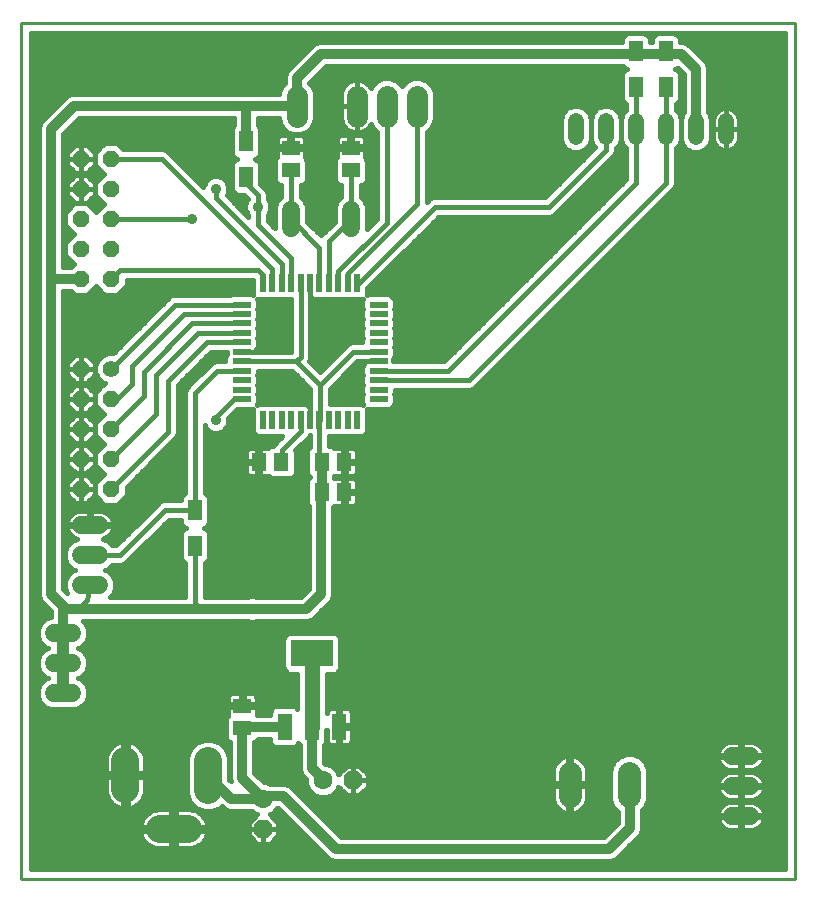
<source format=gbl>
G75*
%MOIN*%
%OFA0B0*%
%FSLAX25Y25*%
%IPPOS*%
%LPD*%
%AMOC8*
5,1,8,0,0,1.08239X$1,22.5*
%
%ADD10C,0.00000*%
%ADD11C,0.01000*%
%ADD12C,0.06300*%
%ADD13OC8,0.06300*%
%ADD14C,0.05600*%
%ADD15OC8,0.05600*%
%ADD16C,0.05200*%
%ADD17C,0.06000*%
%ADD18C,0.09449*%
%ADD19C,0.07000*%
%ADD20R,0.01969X0.05906*%
%ADD21R,0.05906X0.01969*%
%ADD22R,0.04724X0.07087*%
%ADD23R,0.04799X0.08799*%
%ADD24R,0.14173X0.08661*%
%ADD25R,0.05906X0.05118*%
%ADD26R,0.05118X0.05906*%
%ADD27C,0.07800*%
%ADD28C,0.01600*%
%ADD29C,0.03562*%
%ADD30C,0.04000*%
%ADD31C,0.03200*%
%ADD32C,0.05000*%
D10*
X0246800Y0001800D02*
X0259674Y0001800D01*
D11*
X0001800Y0001800D02*
X0001800Y0287233D01*
X0259674Y0287233D01*
X0259674Y0001800D01*
X0001800Y0001800D01*
D12*
X0082619Y0028509D03*
X0102509Y0034666D03*
D13*
X0112509Y0034666D03*
X0082619Y0018509D03*
D14*
X0031800Y0171800D03*
D15*
X0031800Y0161800D03*
X0031800Y0151800D03*
X0031800Y0141800D03*
X0031800Y0131800D03*
X0021800Y0131800D03*
X0021800Y0141800D03*
X0021800Y0151800D03*
X0021800Y0161800D03*
X0021800Y0171800D03*
X0021800Y0201800D03*
X0021800Y0211800D03*
X0021800Y0221800D03*
X0021800Y0231800D03*
X0021800Y0241800D03*
X0031800Y0241800D03*
X0031800Y0231800D03*
X0031800Y0221800D03*
X0031800Y0211800D03*
X0031800Y0201800D03*
D16*
X0186800Y0249200D02*
X0186800Y0254400D01*
X0196800Y0254400D02*
X0196800Y0249200D01*
X0206800Y0249200D02*
X0206800Y0254400D01*
X0216800Y0254400D02*
X0216800Y0249200D01*
X0226800Y0249200D02*
X0226800Y0254400D01*
X0236800Y0254400D02*
X0236800Y0249200D01*
D17*
X0111800Y0224800D02*
X0111800Y0218800D01*
X0091800Y0218800D02*
X0091800Y0224800D01*
X0027800Y0119800D02*
X0021800Y0119800D01*
X0021800Y0109800D02*
X0027800Y0109800D01*
X0027800Y0099800D02*
X0021800Y0099800D01*
X0018800Y0083800D02*
X0012800Y0083800D01*
X0012800Y0073800D02*
X0018800Y0073800D01*
X0018800Y0063800D02*
X0012800Y0063800D01*
X0238800Y0042800D02*
X0244800Y0042800D01*
X0244800Y0032800D02*
X0238800Y0032800D01*
X0238800Y0022800D02*
X0244800Y0022800D01*
D18*
X0064200Y0031576D02*
X0064200Y0041024D01*
X0057487Y0018524D02*
X0048039Y0018524D01*
X0036621Y0031792D02*
X0036621Y0041241D01*
D19*
X0093769Y0255898D02*
X0093769Y0262898D01*
X0113769Y0262898D02*
X0113769Y0255898D01*
X0123769Y0255898D02*
X0123769Y0262898D01*
X0133769Y0262898D02*
X0133769Y0255898D01*
D20*
X0113912Y0200370D03*
X0110763Y0200370D03*
X0107613Y0200370D03*
X0104464Y0200370D03*
X0101314Y0200370D03*
X0098164Y0200370D03*
X0095015Y0200370D03*
X0091865Y0200370D03*
X0088716Y0200370D03*
X0085566Y0200370D03*
X0082416Y0200370D03*
X0082416Y0154701D03*
X0085566Y0154701D03*
X0088716Y0154701D03*
X0091865Y0154701D03*
X0095015Y0154701D03*
X0098164Y0154701D03*
X0101314Y0154701D03*
X0104464Y0154701D03*
X0107613Y0154701D03*
X0110763Y0154701D03*
X0113912Y0154701D03*
D21*
X0120999Y0161788D03*
X0120999Y0164937D03*
X0120999Y0168087D03*
X0120999Y0171236D03*
X0120999Y0174386D03*
X0120999Y0177536D03*
X0120999Y0180685D03*
X0120999Y0183835D03*
X0120999Y0186984D03*
X0120999Y0190134D03*
X0120999Y0193284D03*
X0075330Y0193284D03*
X0075330Y0190134D03*
X0075330Y0186984D03*
X0075330Y0183835D03*
X0075330Y0180685D03*
X0075330Y0177536D03*
X0075330Y0174386D03*
X0075330Y0171236D03*
X0075330Y0168087D03*
X0075330Y0164937D03*
X0075330Y0161788D03*
D22*
X0059800Y0124702D03*
X0059800Y0112898D03*
X0076800Y0235898D03*
X0076800Y0247702D03*
X0206800Y0265898D03*
X0216800Y0265898D03*
X0216800Y0277702D03*
X0206800Y0277702D03*
D23*
X0107898Y0052599D03*
X0098800Y0052599D03*
X0089702Y0052599D03*
D24*
X0098800Y0077001D03*
D25*
X0075619Y0059540D03*
X0075619Y0052060D03*
X0091800Y0238060D03*
X0091800Y0245540D03*
X0111800Y0245540D03*
X0111800Y0238060D03*
D26*
X0109540Y0140800D03*
X0102060Y0140800D03*
X0102060Y0130800D03*
X0109540Y0130800D03*
X0088540Y0140800D03*
X0081060Y0140800D03*
D27*
X0184813Y0037196D02*
X0184813Y0029396D01*
X0204613Y0029396D02*
X0204613Y0037196D01*
D28*
X0200271Y0041763D02*
X0188225Y0041763D01*
X0188527Y0041544D02*
X0187801Y0042071D01*
X0187001Y0042478D01*
X0186148Y0042756D01*
X0185313Y0042888D01*
X0185313Y0033796D01*
X0184313Y0033796D01*
X0184313Y0032796D01*
X0179113Y0032796D01*
X0179113Y0028947D01*
X0179254Y0028061D01*
X0179531Y0027208D01*
X0179938Y0026409D01*
X0180466Y0025683D01*
X0181100Y0025048D01*
X0181826Y0024521D01*
X0182625Y0024114D01*
X0183479Y0023836D01*
X0184313Y0023704D01*
X0184313Y0032796D01*
X0185313Y0032796D01*
X0185313Y0023704D01*
X0186148Y0023836D01*
X0187001Y0024114D01*
X0187801Y0024521D01*
X0188527Y0025048D01*
X0189161Y0025683D01*
X0189688Y0026409D01*
X0190096Y0027208D01*
X0190373Y0028061D01*
X0190513Y0028947D01*
X0190513Y0032796D01*
X0185313Y0032796D01*
X0185313Y0033796D01*
X0190513Y0033796D01*
X0190513Y0037645D01*
X0190373Y0038531D01*
X0190096Y0039384D01*
X0189688Y0040184D01*
X0189161Y0040909D01*
X0188527Y0041544D01*
X0189698Y0040164D02*
X0199024Y0040164D01*
X0199273Y0040765D02*
X0198313Y0038449D01*
X0198313Y0028143D01*
X0199273Y0025827D01*
X0200800Y0024300D01*
X0200800Y0020457D01*
X0196143Y0015800D01*
X0108457Y0015800D01*
X0091326Y0032931D01*
X0089855Y0033540D01*
X0084975Y0033540D01*
X0083723Y0034059D01*
X0082726Y0034059D01*
X0079619Y0037166D01*
X0079619Y0047337D01*
X0079931Y0047466D01*
X0080606Y0048141D01*
X0080796Y0048599D01*
X0084902Y0048599D01*
X0084902Y0047722D01*
X0085267Y0046840D01*
X0085942Y0046165D01*
X0086825Y0045800D01*
X0092579Y0045800D01*
X0093461Y0046165D01*
X0094136Y0046840D01*
X0094251Y0047118D01*
X0094366Y0046840D01*
X0094800Y0046406D01*
X0094800Y0038004D01*
X0095409Y0036534D01*
X0096534Y0035409D01*
X0096959Y0034984D01*
X0096959Y0033562D01*
X0097804Y0031522D01*
X0099365Y0029961D01*
X0101405Y0029116D01*
X0103613Y0029116D01*
X0105652Y0029961D01*
X0107214Y0031522D01*
X0107635Y0032539D01*
X0110458Y0029716D01*
X0112509Y0029716D01*
X0114559Y0029716D01*
X0117459Y0032616D01*
X0117459Y0034666D01*
X0112509Y0034666D01*
X0112509Y0034666D01*
X0117459Y0034666D01*
X0117459Y0036716D01*
X0114559Y0039616D01*
X0112509Y0039616D01*
X0112509Y0034666D01*
X0112509Y0029716D01*
X0112509Y0034666D01*
X0112509Y0034666D01*
X0112509Y0034666D01*
X0112509Y0039616D01*
X0110458Y0039616D01*
X0107635Y0036793D01*
X0107214Y0037810D01*
X0105652Y0039371D01*
X0103613Y0040216D01*
X0103041Y0040216D01*
X0102800Y0040457D01*
X0102800Y0046406D01*
X0103234Y0046840D01*
X0103600Y0047722D01*
X0103600Y0051382D01*
X0103699Y0051622D01*
X0103699Y0047963D01*
X0103821Y0047505D01*
X0104058Y0047094D01*
X0104394Y0046759D01*
X0104804Y0046522D01*
X0105262Y0046400D01*
X0107499Y0046400D01*
X0107499Y0052199D01*
X0108298Y0052199D01*
X0108298Y0046400D01*
X0110535Y0046400D01*
X0110993Y0046522D01*
X0111403Y0046759D01*
X0111738Y0047094D01*
X0111975Y0047505D01*
X0112098Y0047963D01*
X0112098Y0052199D01*
X0108298Y0052199D01*
X0108298Y0052999D01*
X0107499Y0052999D01*
X0107499Y0058799D01*
X0105262Y0058799D01*
X0104804Y0058676D01*
X0104394Y0058439D01*
X0104058Y0058104D01*
X0103821Y0057694D01*
X0103700Y0057240D01*
X0103700Y0070270D01*
X0106364Y0070270D01*
X0107246Y0070635D01*
X0107921Y0071311D01*
X0108287Y0072193D01*
X0108287Y0081809D01*
X0107921Y0082691D01*
X0107246Y0083366D01*
X0106364Y0083731D01*
X0091236Y0083731D01*
X0090354Y0083366D01*
X0089679Y0082691D01*
X0089313Y0081809D01*
X0089313Y0072193D01*
X0089679Y0071311D01*
X0090354Y0070635D01*
X0091236Y0070270D01*
X0093900Y0070270D01*
X0093900Y0058594D01*
X0093461Y0059033D01*
X0092579Y0059399D01*
X0086825Y0059399D01*
X0085942Y0059033D01*
X0085267Y0058358D01*
X0084902Y0057476D01*
X0084902Y0056599D01*
X0081090Y0056599D01*
X0080874Y0056662D01*
X0080334Y0056603D01*
X0080372Y0056744D01*
X0080372Y0059061D01*
X0076098Y0059061D01*
X0076098Y0060020D01*
X0075139Y0060020D01*
X0075139Y0059061D01*
X0070866Y0059061D01*
X0070866Y0056744D01*
X0070978Y0056325D01*
X0070632Y0055978D01*
X0070266Y0055096D01*
X0070266Y0049023D01*
X0070632Y0048141D01*
X0071307Y0047466D01*
X0071619Y0047337D01*
X0071619Y0034713D01*
X0071743Y0034414D01*
X0071324Y0034832D01*
X0071324Y0042442D01*
X0070240Y0045060D01*
X0068236Y0047064D01*
X0065617Y0048149D01*
X0062783Y0048149D01*
X0060164Y0047064D01*
X0058160Y0045060D01*
X0057076Y0042442D01*
X0057076Y0030158D01*
X0058160Y0027540D01*
X0060164Y0025536D01*
X0062783Y0024451D01*
X0065617Y0024451D01*
X0068236Y0025536D01*
X0068771Y0026072D01*
X0069726Y0025118D01*
X0071196Y0024509D01*
X0078770Y0024509D01*
X0079475Y0023804D01*
X0080492Y0023382D01*
X0077669Y0020559D01*
X0077669Y0018509D01*
X0082619Y0018509D01*
X0087569Y0018509D01*
X0087569Y0020559D01*
X0084746Y0023382D01*
X0085763Y0023804D01*
X0087324Y0025365D01*
X0087397Y0025540D01*
X0087403Y0025540D01*
X0104534Y0008409D01*
X0106004Y0007800D01*
X0198596Y0007800D01*
X0200066Y0008409D01*
X0207066Y0015409D01*
X0208191Y0016534D01*
X0208800Y0018004D01*
X0208800Y0024673D01*
X0209954Y0025827D01*
X0210913Y0028143D01*
X0210913Y0038449D01*
X0209954Y0040765D01*
X0208182Y0042537D01*
X0205867Y0043496D01*
X0203360Y0043496D01*
X0201045Y0042537D01*
X0199273Y0040765D01*
X0198362Y0038566D02*
X0190362Y0038566D01*
X0190513Y0036967D02*
X0198313Y0036967D01*
X0198313Y0035369D02*
X0190513Y0035369D01*
X0190513Y0032172D02*
X0198313Y0032172D01*
X0198313Y0033770D02*
X0185313Y0033770D01*
X0184313Y0033770D02*
X0117459Y0033770D01*
X0117459Y0035369D02*
X0179113Y0035369D01*
X0179113Y0033796D02*
X0184313Y0033796D01*
X0184313Y0042888D01*
X0183479Y0042756D01*
X0182625Y0042478D01*
X0181826Y0042071D01*
X0181100Y0041544D01*
X0180466Y0040909D01*
X0179938Y0040184D01*
X0179531Y0039384D01*
X0179254Y0038531D01*
X0179113Y0037645D01*
X0179113Y0033796D01*
X0179113Y0032172D02*
X0117015Y0032172D01*
X0115416Y0030573D02*
X0179113Y0030573D01*
X0179113Y0028975D02*
X0095282Y0028975D01*
X0093684Y0030573D02*
X0098753Y0030573D01*
X0097535Y0032172D02*
X0092085Y0032172D01*
X0096574Y0035369D02*
X0081416Y0035369D01*
X0079817Y0036967D02*
X0095230Y0036967D01*
X0094800Y0038566D02*
X0079619Y0038566D01*
X0079619Y0040164D02*
X0094800Y0040164D01*
X0094800Y0041763D02*
X0079619Y0041763D01*
X0079619Y0043361D02*
X0094800Y0043361D01*
X0094800Y0044960D02*
X0079619Y0044960D01*
X0079619Y0046558D02*
X0085549Y0046558D01*
X0084902Y0048157D02*
X0080613Y0048157D01*
X0071619Y0046558D02*
X0068742Y0046558D01*
X0070281Y0044960D02*
X0071619Y0044960D01*
X0071619Y0043361D02*
X0070943Y0043361D01*
X0071324Y0041763D02*
X0071619Y0041763D01*
X0071619Y0040164D02*
X0071324Y0040164D01*
X0071324Y0038566D02*
X0071619Y0038566D01*
X0071619Y0036967D02*
X0071324Y0036967D01*
X0071324Y0035369D02*
X0071619Y0035369D01*
X0069065Y0025778D02*
X0068478Y0025778D01*
X0062924Y0022157D02*
X0062403Y0022835D01*
X0061798Y0023440D01*
X0061120Y0023961D01*
X0060379Y0024389D01*
X0059589Y0024716D01*
X0058763Y0024937D01*
X0057915Y0025049D01*
X0053538Y0025049D01*
X0053538Y0019299D01*
X0063966Y0019299D01*
X0063900Y0019800D01*
X0063679Y0020626D01*
X0063352Y0021416D01*
X0062924Y0022157D01*
X0062599Y0022581D02*
X0079691Y0022581D01*
X0079100Y0024179D02*
X0060742Y0024179D01*
X0059922Y0025778D02*
X0039150Y0025778D01*
X0039513Y0025928D02*
X0038723Y0025601D01*
X0037897Y0025379D01*
X0037396Y0025313D01*
X0037396Y0035742D01*
X0037396Y0037291D01*
X0043146Y0037291D01*
X0043146Y0041669D01*
X0043034Y0042517D01*
X0042813Y0043343D01*
X0042485Y0044133D01*
X0042058Y0044873D01*
X0041537Y0045552D01*
X0040932Y0046157D01*
X0040254Y0046677D01*
X0039513Y0047105D01*
X0038723Y0047432D01*
X0037897Y0047654D01*
X0037396Y0047720D01*
X0037396Y0037291D01*
X0035846Y0037291D01*
X0035846Y0035742D01*
X0030097Y0035742D01*
X0030097Y0031364D01*
X0030208Y0030517D01*
X0030430Y0029690D01*
X0030757Y0028900D01*
X0031185Y0028160D01*
X0031705Y0027481D01*
X0032310Y0026876D01*
X0032989Y0026356D01*
X0033729Y0025928D01*
X0034520Y0025601D01*
X0035346Y0025379D01*
X0035846Y0025313D01*
X0035846Y0035742D01*
X0037396Y0035742D01*
X0043146Y0035742D01*
X0043146Y0031364D01*
X0043034Y0030517D01*
X0042813Y0029690D01*
X0042485Y0028900D01*
X0042058Y0028160D01*
X0041537Y0027481D01*
X0040932Y0026876D01*
X0040254Y0026356D01*
X0039513Y0025928D01*
X0037396Y0025778D02*
X0035846Y0025778D01*
X0035846Y0027376D02*
X0037396Y0027376D01*
X0037396Y0028975D02*
X0035846Y0028975D01*
X0035846Y0030573D02*
X0037396Y0030573D01*
X0037396Y0032172D02*
X0035846Y0032172D01*
X0035846Y0033770D02*
X0037396Y0033770D01*
X0037396Y0035369D02*
X0035846Y0035369D01*
X0035846Y0036967D02*
X0005100Y0036967D01*
X0005100Y0035369D02*
X0030097Y0035369D01*
X0030097Y0033770D02*
X0005100Y0033770D01*
X0005100Y0032172D02*
X0030097Y0032172D01*
X0030201Y0030573D02*
X0005100Y0030573D01*
X0005100Y0028975D02*
X0030726Y0028975D01*
X0031810Y0027376D02*
X0005100Y0027376D01*
X0005100Y0025778D02*
X0034092Y0025778D01*
X0041432Y0027376D02*
X0058324Y0027376D01*
X0057566Y0028975D02*
X0042516Y0028975D01*
X0043041Y0030573D02*
X0057076Y0030573D01*
X0057076Y0032172D02*
X0043146Y0032172D01*
X0043146Y0033770D02*
X0057076Y0033770D01*
X0057076Y0035369D02*
X0043146Y0035369D01*
X0043146Y0038566D02*
X0057076Y0038566D01*
X0057076Y0040164D02*
X0043146Y0040164D01*
X0043133Y0041763D02*
X0057076Y0041763D01*
X0057457Y0043361D02*
X0042805Y0043361D01*
X0041992Y0044960D02*
X0058119Y0044960D01*
X0059658Y0046558D02*
X0040409Y0046558D01*
X0037396Y0046558D02*
X0035846Y0046558D01*
X0035846Y0047720D02*
X0035346Y0047654D01*
X0034520Y0047432D01*
X0033729Y0047105D01*
X0032989Y0046677D01*
X0032310Y0046157D01*
X0031705Y0045552D01*
X0031185Y0044873D01*
X0030757Y0044133D01*
X0030430Y0043343D01*
X0030208Y0042517D01*
X0030097Y0041669D01*
X0030097Y0037291D01*
X0035846Y0037291D01*
X0035846Y0047720D01*
X0035846Y0044960D02*
X0037396Y0044960D01*
X0037396Y0043361D02*
X0035846Y0043361D01*
X0035846Y0041763D02*
X0037396Y0041763D01*
X0037396Y0040164D02*
X0035846Y0040164D01*
X0035846Y0038566D02*
X0037396Y0038566D01*
X0037396Y0036967D02*
X0057076Y0036967D01*
X0051988Y0025049D02*
X0047611Y0025049D01*
X0046763Y0024937D01*
X0045937Y0024716D01*
X0045147Y0024389D01*
X0044406Y0023961D01*
X0043728Y0023440D01*
X0043123Y0022835D01*
X0042602Y0022157D01*
X0042174Y0021416D01*
X0041847Y0020626D01*
X0041626Y0019800D01*
X0041560Y0019299D01*
X0051988Y0019299D01*
X0051988Y0017750D01*
X0041560Y0017750D01*
X0041626Y0017249D01*
X0041847Y0016423D01*
X0042174Y0015633D01*
X0042602Y0014892D01*
X0043123Y0014213D01*
X0043728Y0013609D01*
X0044406Y0013088D01*
X0045147Y0012660D01*
X0045937Y0012333D01*
X0046763Y0012112D01*
X0047611Y0012000D01*
X0051988Y0012000D01*
X0051988Y0017750D01*
X0053538Y0017750D01*
X0053538Y0019299D01*
X0051988Y0019299D01*
X0051988Y0025049D01*
X0051988Y0024179D02*
X0053538Y0024179D01*
X0053538Y0022581D02*
X0051988Y0022581D01*
X0051988Y0020982D02*
X0053538Y0020982D01*
X0053538Y0019384D02*
X0051988Y0019384D01*
X0051988Y0017785D02*
X0005100Y0017785D01*
X0005100Y0016187D02*
X0041945Y0016187D01*
X0042835Y0014588D02*
X0005100Y0014588D01*
X0005100Y0012990D02*
X0044576Y0012990D01*
X0041571Y0019384D02*
X0005100Y0019384D01*
X0005100Y0020982D02*
X0041995Y0020982D01*
X0042927Y0022581D02*
X0005100Y0022581D01*
X0005100Y0024179D02*
X0044784Y0024179D01*
X0051988Y0016187D02*
X0053538Y0016187D01*
X0053538Y0017750D02*
X0053538Y0012000D01*
X0057915Y0012000D01*
X0058763Y0012112D01*
X0059589Y0012333D01*
X0060379Y0012660D01*
X0061120Y0013088D01*
X0061798Y0013609D01*
X0062403Y0014213D01*
X0062924Y0014892D01*
X0063352Y0015633D01*
X0063679Y0016423D01*
X0063900Y0017249D01*
X0063966Y0017750D01*
X0053538Y0017750D01*
X0053538Y0017785D02*
X0077669Y0017785D01*
X0077669Y0018509D02*
X0077669Y0016458D01*
X0080569Y0013559D01*
X0082619Y0013559D01*
X0084669Y0013559D01*
X0087569Y0016458D01*
X0087569Y0018509D01*
X0082619Y0018509D01*
X0082619Y0018509D01*
X0082619Y0018509D01*
X0077669Y0018509D01*
X0077669Y0019384D02*
X0063955Y0019384D01*
X0063531Y0020982D02*
X0078092Y0020982D01*
X0077941Y0016187D02*
X0063581Y0016187D01*
X0062691Y0014588D02*
X0079539Y0014588D01*
X0082619Y0014588D02*
X0082619Y0014588D01*
X0082619Y0013559D02*
X0082619Y0018509D01*
X0082619Y0018509D01*
X0082619Y0013559D01*
X0082619Y0016187D02*
X0082619Y0016187D01*
X0082619Y0017785D02*
X0082619Y0017785D01*
X0085699Y0014588D02*
X0098355Y0014588D01*
X0099954Y0012990D02*
X0060950Y0012990D01*
X0053538Y0012990D02*
X0051988Y0012990D01*
X0051988Y0014588D02*
X0053538Y0014588D01*
X0030097Y0038566D02*
X0005100Y0038566D01*
X0005100Y0040164D02*
X0030097Y0040164D01*
X0030109Y0041763D02*
X0005100Y0041763D01*
X0005100Y0043361D02*
X0030438Y0043361D01*
X0031251Y0044960D02*
X0005100Y0044960D01*
X0005100Y0046558D02*
X0032833Y0046558D01*
X0021859Y0059222D02*
X0023378Y0060741D01*
X0024200Y0062726D01*
X0024200Y0064874D01*
X0023378Y0066859D01*
X0021859Y0068378D01*
X0020840Y0068800D01*
X0021859Y0069222D01*
X0023378Y0070741D01*
X0024200Y0072726D01*
X0024200Y0074874D01*
X0023378Y0076859D01*
X0021859Y0078378D01*
X0020840Y0078800D01*
X0021859Y0079222D01*
X0023378Y0080741D01*
X0024200Y0082726D01*
X0024200Y0084874D01*
X0023378Y0086859D01*
X0022437Y0087800D01*
X0077531Y0087800D01*
X0077968Y0087619D01*
X0079632Y0087619D01*
X0080069Y0087800D01*
X0097596Y0087800D01*
X0099066Y0088409D01*
X0104066Y0093409D01*
X0105191Y0094534D01*
X0105800Y0096004D01*
X0105800Y0125739D01*
X0105978Y0125813D01*
X0106325Y0126159D01*
X0106744Y0126047D01*
X0109061Y0126047D01*
X0109061Y0130320D01*
X0110020Y0130320D01*
X0110020Y0126047D01*
X0112336Y0126047D01*
X0112794Y0126170D01*
X0113204Y0126407D01*
X0113540Y0126742D01*
X0113777Y0127152D01*
X0113899Y0127610D01*
X0113899Y0130320D01*
X0110020Y0130320D01*
X0110020Y0131280D01*
X0109061Y0131280D01*
X0109061Y0135553D01*
X0106744Y0135553D01*
X0106325Y0135441D01*
X0106060Y0135706D01*
X0106060Y0135894D01*
X0106325Y0136159D01*
X0106744Y0136047D01*
X0109061Y0136047D01*
X0109061Y0140320D01*
X0110020Y0140320D01*
X0110020Y0136047D01*
X0112336Y0136047D01*
X0112794Y0136170D01*
X0113204Y0136407D01*
X0113540Y0136742D01*
X0113777Y0137152D01*
X0113899Y0137610D01*
X0113899Y0140320D01*
X0110020Y0140320D01*
X0110020Y0141280D01*
X0109061Y0141280D01*
X0109061Y0145553D01*
X0106744Y0145553D01*
X0106325Y0145441D01*
X0105978Y0145787D01*
X0105096Y0146153D01*
X0104514Y0146153D01*
X0104514Y0149348D01*
X0105925Y0149348D01*
X0106038Y0149395D01*
X0106152Y0149348D01*
X0109075Y0149348D01*
X0109188Y0149395D01*
X0109301Y0149348D01*
X0112225Y0149348D01*
X0112338Y0149395D01*
X0112451Y0149348D01*
X0115374Y0149348D01*
X0116256Y0149714D01*
X0116931Y0150389D01*
X0117297Y0151271D01*
X0117297Y0158131D01*
X0117104Y0158596D01*
X0117569Y0158403D01*
X0124429Y0158403D01*
X0125311Y0158769D01*
X0125986Y0159444D01*
X0126352Y0160326D01*
X0126352Y0163249D01*
X0126305Y0163362D01*
X0126352Y0163475D01*
X0126352Y0164887D01*
X0151723Y0164887D01*
X0152899Y0165374D01*
X0218613Y0231087D01*
X0219513Y0231987D01*
X0220000Y0233163D01*
X0220000Y0243837D01*
X0220000Y0244163D01*
X0220000Y0245329D01*
X0221039Y0246368D01*
X0221800Y0248205D01*
X0222561Y0246368D01*
X0223968Y0244961D01*
X0225805Y0244200D01*
X0227795Y0244200D01*
X0229632Y0244961D01*
X0231039Y0246368D01*
X0231800Y0248205D01*
X0231800Y0255395D01*
X0231039Y0257232D01*
X0230800Y0257471D01*
X0230800Y0272596D01*
X0230191Y0274066D01*
X0229066Y0275191D01*
X0224066Y0280191D01*
X0222596Y0280800D01*
X0221562Y0280800D01*
X0221562Y0281722D01*
X0221197Y0282604D01*
X0220522Y0283279D01*
X0219640Y0283645D01*
X0213960Y0283645D01*
X0213078Y0283279D01*
X0212403Y0282604D01*
X0212038Y0281722D01*
X0212038Y0280800D01*
X0211562Y0280800D01*
X0211562Y0281722D01*
X0211197Y0282604D01*
X0210522Y0283279D01*
X0209640Y0283645D01*
X0203960Y0283645D01*
X0203078Y0283279D01*
X0202403Y0282604D01*
X0202038Y0281722D01*
X0202038Y0280800D01*
X0101004Y0280800D01*
X0099534Y0280191D01*
X0091503Y0272160D01*
X0090377Y0271034D01*
X0089769Y0269564D01*
X0089769Y0267242D01*
X0088767Y0266241D01*
X0087869Y0264072D01*
X0087869Y0263398D01*
X0018603Y0263398D01*
X0017133Y0262789D01*
X0016007Y0261664D01*
X0009534Y0255191D01*
X0008409Y0254066D01*
X0007800Y0252596D01*
X0007800Y0096004D01*
X0008409Y0094534D01*
X0011800Y0091143D01*
X0011800Y0089200D01*
X0011726Y0089200D01*
X0009741Y0088378D01*
X0008222Y0086859D01*
X0007400Y0084874D01*
X0007400Y0082726D01*
X0008222Y0080741D01*
X0009741Y0079222D01*
X0010760Y0078800D01*
X0009741Y0078378D01*
X0008222Y0076859D01*
X0007400Y0074874D01*
X0007400Y0072726D01*
X0008222Y0070741D01*
X0009741Y0069222D01*
X0010760Y0068800D01*
X0009741Y0068378D01*
X0008222Y0066859D01*
X0007400Y0064874D01*
X0007400Y0062726D01*
X0008222Y0060741D01*
X0009741Y0059222D01*
X0011726Y0058400D01*
X0019874Y0058400D01*
X0021859Y0059222D01*
X0021983Y0059346D02*
X0075139Y0059346D01*
X0075139Y0060020D02*
X0070866Y0060020D01*
X0070866Y0062336D01*
X0070989Y0062794D01*
X0071226Y0063204D01*
X0071561Y0063540D01*
X0071971Y0063777D01*
X0072429Y0063899D01*
X0075139Y0063899D01*
X0075139Y0060020D01*
X0075139Y0060945D02*
X0076098Y0060945D01*
X0076098Y0060020D02*
X0076098Y0063899D01*
X0078809Y0063899D01*
X0079266Y0063777D01*
X0079677Y0063540D01*
X0080012Y0063204D01*
X0080249Y0062794D01*
X0080372Y0062336D01*
X0080372Y0060020D01*
X0076098Y0060020D01*
X0076098Y0059346D02*
X0086698Y0059346D01*
X0085015Y0057748D02*
X0080372Y0057748D01*
X0080372Y0060945D02*
X0093900Y0060945D01*
X0093900Y0062543D02*
X0080316Y0062543D01*
X0076098Y0062543D02*
X0075139Y0062543D01*
X0070922Y0062543D02*
X0024124Y0062543D01*
X0024200Y0064142D02*
X0093900Y0064142D01*
X0093900Y0065740D02*
X0023841Y0065740D01*
X0022898Y0067339D02*
X0093900Y0067339D01*
X0093900Y0068937D02*
X0021172Y0068937D01*
X0023173Y0070536D02*
X0090594Y0070536D01*
X0089337Y0072134D02*
X0023955Y0072134D01*
X0024200Y0073733D02*
X0089313Y0073733D01*
X0089313Y0075332D02*
X0024011Y0075332D01*
X0023307Y0076930D02*
X0089313Y0076930D01*
X0089313Y0078529D02*
X0021495Y0078529D01*
X0022764Y0080127D02*
X0089313Y0080127D01*
X0089313Y0081726D02*
X0023786Y0081726D01*
X0024200Y0083324D02*
X0090312Y0083324D01*
X0098367Y0088120D02*
X0256374Y0088120D01*
X0256374Y0089718D02*
X0100375Y0089718D01*
X0101973Y0091317D02*
X0256374Y0091317D01*
X0256374Y0092915D02*
X0103572Y0092915D01*
X0105171Y0094514D02*
X0256374Y0094514D01*
X0256374Y0096112D02*
X0105800Y0096112D01*
X0105800Y0097711D02*
X0256374Y0097711D01*
X0256374Y0099309D02*
X0105800Y0099309D01*
X0105800Y0100908D02*
X0256374Y0100908D01*
X0256374Y0102506D02*
X0105800Y0102506D01*
X0105800Y0104105D02*
X0256374Y0104105D01*
X0256374Y0105703D02*
X0105800Y0105703D01*
X0105800Y0107302D02*
X0256374Y0107302D01*
X0256374Y0108900D02*
X0105800Y0108900D01*
X0105800Y0110499D02*
X0256374Y0110499D01*
X0256374Y0112097D02*
X0105800Y0112097D01*
X0105800Y0113696D02*
X0256374Y0113696D01*
X0256374Y0115294D02*
X0105800Y0115294D01*
X0105800Y0116893D02*
X0256374Y0116893D01*
X0256374Y0118491D02*
X0105800Y0118491D01*
X0105800Y0120090D02*
X0256374Y0120090D01*
X0256374Y0121688D02*
X0105800Y0121688D01*
X0105800Y0123287D02*
X0256374Y0123287D01*
X0256374Y0124885D02*
X0105800Y0124885D01*
X0109061Y0126484D02*
X0110020Y0126484D01*
X0110020Y0128082D02*
X0109061Y0128082D01*
X0109061Y0129681D02*
X0110020Y0129681D01*
X0110020Y0131279D02*
X0256374Y0131279D01*
X0256374Y0129681D02*
X0113899Y0129681D01*
X0113899Y0131280D02*
X0110020Y0131280D01*
X0110020Y0135553D01*
X0112336Y0135553D01*
X0112794Y0135430D01*
X0113204Y0135193D01*
X0113540Y0134858D01*
X0113777Y0134448D01*
X0113899Y0133990D01*
X0113899Y0131280D01*
X0113899Y0132878D02*
X0256374Y0132878D01*
X0256374Y0134476D02*
X0113760Y0134476D01*
X0112440Y0136075D02*
X0256374Y0136075D01*
X0256374Y0137673D02*
X0113899Y0137673D01*
X0113899Y0139272D02*
X0256374Y0139272D01*
X0256374Y0140870D02*
X0110020Y0140870D01*
X0110020Y0141280D02*
X0113899Y0141280D01*
X0113899Y0143990D01*
X0113777Y0144448D01*
X0113540Y0144858D01*
X0113204Y0145193D01*
X0112794Y0145430D01*
X0112336Y0145553D01*
X0110020Y0145553D01*
X0110020Y0141280D01*
X0110020Y0142469D02*
X0109061Y0142469D01*
X0109061Y0144068D02*
X0110020Y0144068D01*
X0113878Y0144068D02*
X0256374Y0144068D01*
X0256374Y0145666D02*
X0106100Y0145666D01*
X0104514Y0147265D02*
X0256374Y0147265D01*
X0256374Y0148863D02*
X0104514Y0148863D01*
X0098114Y0148863D02*
X0097389Y0148863D01*
X0097728Y0149202D02*
X0098037Y0149948D01*
X0098114Y0149948D01*
X0098114Y0145760D01*
X0097466Y0145112D01*
X0097101Y0144230D01*
X0097101Y0137370D01*
X0097466Y0136488D01*
X0098060Y0135894D01*
X0098060Y0135706D01*
X0097466Y0135112D01*
X0097101Y0134230D01*
X0097101Y0127370D01*
X0097466Y0126488D01*
X0097800Y0126154D01*
X0097800Y0098457D01*
X0095143Y0095800D01*
X0080069Y0095800D01*
X0079632Y0095981D01*
X0077968Y0095981D01*
X0077531Y0095800D01*
X0063000Y0095800D01*
X0063000Y0107104D01*
X0063522Y0107320D01*
X0064197Y0107996D01*
X0064562Y0108878D01*
X0064562Y0116919D01*
X0064197Y0117801D01*
X0063522Y0118476D01*
X0062740Y0118800D01*
X0063522Y0119124D01*
X0064197Y0119799D01*
X0064562Y0120681D01*
X0064562Y0128722D01*
X0064197Y0129604D01*
X0063522Y0130279D01*
X0063000Y0130496D01*
X0063000Y0153048D01*
X0063255Y0152432D01*
X0064432Y0151255D01*
X0065968Y0150619D01*
X0067632Y0150619D01*
X0069168Y0151255D01*
X0070345Y0152432D01*
X0070981Y0153968D01*
X0070981Y0155456D01*
X0073929Y0158403D01*
X0078760Y0158403D01*
X0079225Y0158596D01*
X0079032Y0158131D01*
X0079032Y0151271D01*
X0079398Y0150389D01*
X0080073Y0149714D01*
X0080955Y0149348D01*
X0083878Y0149348D01*
X0083991Y0149395D01*
X0084104Y0149348D01*
X0087028Y0149348D01*
X0087141Y0149395D01*
X0087254Y0149348D01*
X0088823Y0149348D01*
X0086987Y0147513D01*
X0086087Y0146613D01*
X0085897Y0146153D01*
X0085504Y0146153D01*
X0084622Y0145787D01*
X0084275Y0145441D01*
X0083856Y0145553D01*
X0081539Y0145553D01*
X0081539Y0141280D01*
X0080580Y0141280D01*
X0080580Y0145553D01*
X0078264Y0145553D01*
X0077806Y0145430D01*
X0077396Y0145193D01*
X0077060Y0144858D01*
X0076823Y0144448D01*
X0076701Y0143990D01*
X0076701Y0141280D01*
X0080580Y0141280D01*
X0080580Y0140320D01*
X0081539Y0140320D01*
X0081539Y0136047D01*
X0083856Y0136047D01*
X0084275Y0136159D01*
X0084622Y0135813D01*
X0085504Y0135447D01*
X0091577Y0135447D01*
X0092459Y0135813D01*
X0093134Y0136488D01*
X0093499Y0137370D01*
X0093499Y0144230D01*
X0093281Y0144756D01*
X0097728Y0149202D01*
X0098114Y0147265D02*
X0095790Y0147265D01*
X0094191Y0145666D02*
X0098020Y0145666D01*
X0097101Y0144068D02*
X0093499Y0144068D01*
X0093499Y0142469D02*
X0097101Y0142469D01*
X0097101Y0140870D02*
X0093499Y0140870D01*
X0093499Y0139272D02*
X0097101Y0139272D01*
X0097101Y0137673D02*
X0093499Y0137673D01*
X0092721Y0136075D02*
X0097879Y0136075D01*
X0097203Y0134476D02*
X0063000Y0134476D01*
X0063000Y0132878D02*
X0097101Y0132878D01*
X0097101Y0131279D02*
X0063000Y0131279D01*
X0064120Y0129681D02*
X0097101Y0129681D01*
X0097101Y0128082D02*
X0064562Y0128082D01*
X0064562Y0126484D02*
X0097470Y0126484D01*
X0097800Y0124885D02*
X0064562Y0124885D01*
X0064562Y0123287D02*
X0097800Y0123287D01*
X0097800Y0121688D02*
X0064562Y0121688D01*
X0064317Y0120090D02*
X0097800Y0120090D01*
X0097800Y0118491D02*
X0063486Y0118491D01*
X0064562Y0116893D02*
X0097800Y0116893D01*
X0097800Y0115294D02*
X0064562Y0115294D01*
X0064562Y0113696D02*
X0097800Y0113696D01*
X0097800Y0112097D02*
X0064562Y0112097D01*
X0064562Y0110499D02*
X0097800Y0110499D01*
X0097800Y0108900D02*
X0064562Y0108900D01*
X0063476Y0107302D02*
X0097800Y0107302D01*
X0097800Y0105703D02*
X0063000Y0105703D01*
X0063000Y0104105D02*
X0097800Y0104105D01*
X0097800Y0102506D02*
X0063000Y0102506D01*
X0063000Y0100908D02*
X0097800Y0100908D01*
X0097800Y0099309D02*
X0063000Y0099309D01*
X0063000Y0097711D02*
X0097054Y0097711D01*
X0095455Y0096112D02*
X0063000Y0096112D01*
X0059800Y0093800D02*
X0061800Y0091800D01*
X0059800Y0093800D02*
X0059800Y0112898D01*
X0055038Y0113696D02*
X0043221Y0113696D01*
X0041623Y0112097D02*
X0055038Y0112097D01*
X0055038Y0110499D02*
X0040024Y0110499D01*
X0038426Y0108900D02*
X0055038Y0108900D01*
X0055038Y0108878D02*
X0055403Y0107996D01*
X0056078Y0107320D01*
X0056600Y0107104D01*
X0056600Y0095800D01*
X0031437Y0095800D01*
X0032378Y0096741D01*
X0033200Y0098726D01*
X0033200Y0100874D01*
X0032378Y0102859D01*
X0030859Y0104378D01*
X0029840Y0104800D01*
X0030859Y0105222D01*
X0032237Y0106600D01*
X0035437Y0106600D01*
X0036613Y0107087D01*
X0051125Y0121600D01*
X0055038Y0121600D01*
X0055038Y0120681D01*
X0055403Y0119799D01*
X0056078Y0119124D01*
X0056860Y0118800D01*
X0056078Y0118476D01*
X0055403Y0117801D01*
X0055038Y0116919D01*
X0055038Y0108878D01*
X0056124Y0107302D02*
X0036827Y0107302D01*
X0034800Y0109800D02*
X0049800Y0124800D01*
X0059702Y0124800D01*
X0059800Y0124702D01*
X0059800Y0163800D01*
X0067236Y0171236D01*
X0075330Y0171236D01*
X0075330Y0174386D02*
X0093514Y0174386D01*
X0095015Y0175887D01*
X0095015Y0200370D01*
X0098164Y0200370D02*
X0098164Y0194436D01*
X0106800Y0185800D01*
X0110823Y0180248D02*
X0101500Y0170925D01*
X0097910Y0174515D01*
X0098215Y0175250D01*
X0098215Y0195617D01*
X0098736Y0195617D01*
X0098970Y0195383D01*
X0099852Y0195017D01*
X0102776Y0195017D01*
X0102889Y0195064D01*
X0103002Y0195017D01*
X0105925Y0195017D01*
X0106038Y0195064D01*
X0106152Y0195017D01*
X0109075Y0195017D01*
X0109188Y0195064D01*
X0109301Y0195017D01*
X0112225Y0195017D01*
X0112338Y0195064D01*
X0112451Y0195017D01*
X0115374Y0195017D01*
X0115839Y0195210D01*
X0115646Y0194745D01*
X0115646Y0191822D01*
X0115693Y0191709D01*
X0115646Y0191596D01*
X0115646Y0188672D01*
X0115693Y0188559D01*
X0115646Y0188446D01*
X0115646Y0185523D01*
X0115693Y0185410D01*
X0115646Y0185296D01*
X0115646Y0182373D01*
X0115693Y0182260D01*
X0115646Y0182147D01*
X0115646Y0180736D01*
X0111999Y0180736D01*
X0110823Y0180248D01*
X0109809Y0179235D02*
X0098215Y0179235D01*
X0098215Y0180833D02*
X0115646Y0180833D01*
X0115646Y0182432D02*
X0098215Y0182432D01*
X0098215Y0184030D02*
X0115646Y0184030D01*
X0115646Y0185629D02*
X0098215Y0185629D01*
X0098215Y0187227D02*
X0115646Y0187227D01*
X0115646Y0188826D02*
X0098215Y0188826D01*
X0098215Y0190424D02*
X0115646Y0190424D01*
X0115646Y0192023D02*
X0098215Y0192023D01*
X0098215Y0193621D02*
X0115646Y0193621D01*
X0117104Y0196475D02*
X0117297Y0196940D01*
X0117297Y0198771D01*
X0141125Y0222600D01*
X0178437Y0222600D01*
X0179613Y0223087D01*
X0198613Y0242087D01*
X0199513Y0242987D01*
X0200000Y0244163D01*
X0200000Y0245329D01*
X0201039Y0246368D01*
X0201800Y0248205D01*
X0201800Y0255395D01*
X0201039Y0257232D01*
X0199632Y0258639D01*
X0197795Y0259400D01*
X0195805Y0259400D01*
X0193968Y0258639D01*
X0192561Y0257232D01*
X0191800Y0255395D01*
X0191039Y0257232D01*
X0189632Y0258639D01*
X0187795Y0259400D01*
X0185805Y0259400D01*
X0183968Y0258639D01*
X0182561Y0257232D01*
X0181800Y0255395D01*
X0181800Y0248205D01*
X0182561Y0246368D01*
X0183968Y0244961D01*
X0185805Y0244200D01*
X0187795Y0244200D01*
X0189632Y0244961D01*
X0191039Y0246368D01*
X0191800Y0248205D01*
X0191800Y0255395D01*
X0191800Y0248205D01*
X0192561Y0246368D01*
X0193202Y0245727D01*
X0176475Y0229000D01*
X0139163Y0229000D01*
X0137987Y0228513D01*
X0137087Y0227613D01*
X0137000Y0227525D01*
X0137000Y0250851D01*
X0137111Y0250897D01*
X0138770Y0252556D01*
X0139668Y0254725D01*
X0139668Y0264072D01*
X0138770Y0266241D01*
X0137111Y0267900D01*
X0134942Y0268798D01*
X0132595Y0268798D01*
X0130426Y0267900D01*
X0128768Y0266242D01*
X0127111Y0267900D01*
X0124942Y0268798D01*
X0122595Y0268798D01*
X0120426Y0267900D01*
X0118767Y0266241D01*
X0118429Y0265426D01*
X0118301Y0265676D01*
X0117811Y0266351D01*
X0117221Y0266941D01*
X0116546Y0267431D01*
X0115803Y0267810D01*
X0115010Y0268068D01*
X0114186Y0268198D01*
X0113769Y0268198D01*
X0113769Y0259399D01*
X0113768Y0259399D01*
X0113768Y0268198D01*
X0113351Y0268198D01*
X0112527Y0268068D01*
X0111734Y0267810D01*
X0110991Y0267431D01*
X0110316Y0266941D01*
X0109726Y0266351D01*
X0109236Y0265676D01*
X0108857Y0264933D01*
X0108599Y0264140D01*
X0108469Y0263316D01*
X0108469Y0259398D01*
X0108469Y0255481D01*
X0108599Y0254657D01*
X0108857Y0253864D01*
X0109236Y0253121D01*
X0109726Y0252446D01*
X0110316Y0251856D01*
X0110991Y0251365D01*
X0111734Y0250987D01*
X0112527Y0250729D01*
X0113351Y0250598D01*
X0113768Y0250598D01*
X0113768Y0259398D01*
X0108469Y0259398D01*
X0113768Y0259398D01*
X0113768Y0259398D01*
X0113769Y0259398D01*
X0113769Y0250598D01*
X0114186Y0250598D01*
X0115010Y0250729D01*
X0115803Y0250987D01*
X0116546Y0251365D01*
X0117221Y0251856D01*
X0117811Y0252446D01*
X0118301Y0253121D01*
X0118429Y0253371D01*
X0118767Y0252556D01*
X0120426Y0250897D01*
X0120569Y0250838D01*
X0120569Y0221891D01*
X0117200Y0218522D01*
X0117200Y0225874D01*
X0116378Y0227859D01*
X0115000Y0229237D01*
X0115000Y0233101D01*
X0115230Y0233101D01*
X0116112Y0233466D01*
X0116787Y0234141D01*
X0117153Y0235023D01*
X0117153Y0241096D01*
X0116787Y0241978D01*
X0116441Y0242325D01*
X0116553Y0242744D01*
X0116553Y0245061D01*
X0112280Y0245061D01*
X0112280Y0246020D01*
X0116553Y0246020D01*
X0116553Y0248336D01*
X0116430Y0248794D01*
X0116193Y0249204D01*
X0115858Y0249540D01*
X0115448Y0249777D01*
X0114990Y0249899D01*
X0112280Y0249899D01*
X0112280Y0246020D01*
X0111320Y0246020D01*
X0111320Y0245061D01*
X0107047Y0245061D01*
X0107047Y0242744D01*
X0107159Y0242325D01*
X0106813Y0241978D01*
X0106447Y0241096D01*
X0106447Y0235023D01*
X0106813Y0234141D01*
X0107488Y0233466D01*
X0108370Y0233101D01*
X0108600Y0233101D01*
X0108600Y0229237D01*
X0107222Y0227859D01*
X0106400Y0225874D01*
X0106400Y0220925D01*
X0101800Y0216325D01*
X0097200Y0220925D01*
X0097200Y0225874D01*
X0096378Y0227859D01*
X0095000Y0229237D01*
X0095000Y0233101D01*
X0095230Y0233101D01*
X0096112Y0233466D01*
X0096787Y0234141D01*
X0097153Y0235023D01*
X0097153Y0241096D01*
X0096787Y0241978D01*
X0096441Y0242325D01*
X0096553Y0242744D01*
X0096553Y0245061D01*
X0092280Y0245061D01*
X0092280Y0246020D01*
X0096553Y0246020D01*
X0096553Y0248336D01*
X0096430Y0248794D01*
X0096193Y0249204D01*
X0095858Y0249540D01*
X0095448Y0249777D01*
X0094990Y0249899D01*
X0092280Y0249899D01*
X0092280Y0246020D01*
X0091320Y0246020D01*
X0091320Y0245061D01*
X0087047Y0245061D01*
X0087047Y0242744D01*
X0087159Y0242325D01*
X0086813Y0241978D01*
X0086447Y0241096D01*
X0086447Y0235023D01*
X0086813Y0234141D01*
X0087488Y0233466D01*
X0088370Y0233101D01*
X0088600Y0233101D01*
X0088600Y0229237D01*
X0087222Y0227859D01*
X0086400Y0225874D01*
X0086400Y0218725D01*
X0084000Y0221125D01*
X0084000Y0223087D01*
X0084345Y0223432D01*
X0084981Y0224968D01*
X0084981Y0226632D01*
X0084345Y0228168D01*
X0084000Y0228513D01*
X0084000Y0230437D01*
X0083513Y0231613D01*
X0081562Y0233563D01*
X0081562Y0239919D01*
X0081197Y0240801D01*
X0080522Y0241476D01*
X0079740Y0241800D01*
X0080522Y0242124D01*
X0081197Y0242799D01*
X0081562Y0243681D01*
X0081562Y0251722D01*
X0081197Y0252604D01*
X0080800Y0253001D01*
X0080800Y0255398D01*
X0087869Y0255398D01*
X0087869Y0254725D01*
X0088767Y0252556D01*
X0090426Y0250897D01*
X0092595Y0249998D01*
X0094942Y0249998D01*
X0097111Y0250897D01*
X0098770Y0252556D01*
X0099668Y0254725D01*
X0099668Y0264072D01*
X0098770Y0266241D01*
X0097834Y0267177D01*
X0103457Y0272800D01*
X0202403Y0272800D01*
X0202403Y0272799D01*
X0203078Y0272124D01*
X0203860Y0271800D01*
X0203078Y0271476D01*
X0202403Y0270801D01*
X0202038Y0269919D01*
X0202038Y0261878D01*
X0202403Y0260996D01*
X0203078Y0260320D01*
X0203600Y0260104D01*
X0203600Y0258271D01*
X0202561Y0257232D01*
X0201800Y0255395D01*
X0201800Y0248205D01*
X0202561Y0246368D01*
X0203600Y0245329D01*
X0203600Y0235125D01*
X0142911Y0174436D01*
X0125752Y0174436D01*
X0125752Y0174957D01*
X0125986Y0175192D01*
X0126352Y0176074D01*
X0126352Y0178997D01*
X0126305Y0179110D01*
X0126352Y0179223D01*
X0126352Y0182147D01*
X0126305Y0182260D01*
X0126352Y0182373D01*
X0126352Y0185296D01*
X0126305Y0185410D01*
X0126352Y0185523D01*
X0126352Y0188446D01*
X0126305Y0188559D01*
X0126352Y0188672D01*
X0126352Y0191596D01*
X0126305Y0191709D01*
X0126352Y0191822D01*
X0126352Y0194745D01*
X0125986Y0195627D01*
X0125311Y0196302D01*
X0124429Y0196668D01*
X0117569Y0196668D01*
X0117104Y0196475D01*
X0117246Y0196818D02*
X0165293Y0196818D01*
X0163694Y0195220D02*
X0126155Y0195220D01*
X0126352Y0193621D02*
X0162096Y0193621D01*
X0160497Y0192023D02*
X0126352Y0192023D01*
X0126352Y0190424D02*
X0158899Y0190424D01*
X0157300Y0188826D02*
X0126352Y0188826D01*
X0126352Y0187227D02*
X0155702Y0187227D01*
X0154103Y0185629D02*
X0126352Y0185629D01*
X0126352Y0184030D02*
X0152505Y0184030D01*
X0150906Y0182432D02*
X0126352Y0182432D01*
X0126352Y0180833D02*
X0149308Y0180833D01*
X0147709Y0179235D02*
X0126352Y0179235D01*
X0126352Y0177636D02*
X0146111Y0177636D01*
X0144512Y0176038D02*
X0126337Y0176038D01*
X0125752Y0174439D02*
X0142914Y0174439D01*
X0144236Y0171236D02*
X0206800Y0233800D01*
X0206800Y0251800D01*
X0206800Y0265898D01*
X0202038Y0265554D02*
X0139054Y0265554D01*
X0139668Y0263956D02*
X0202038Y0263956D01*
X0202038Y0262357D02*
X0139668Y0262357D01*
X0139668Y0260759D02*
X0202640Y0260759D01*
X0203600Y0259160D02*
X0198373Y0259160D01*
X0200709Y0257562D02*
X0202891Y0257562D01*
X0202036Y0255963D02*
X0201564Y0255963D01*
X0201800Y0254365D02*
X0201800Y0254365D01*
X0201800Y0252766D02*
X0201800Y0252766D01*
X0201800Y0251168D02*
X0201800Y0251168D01*
X0201800Y0249569D02*
X0201800Y0249569D01*
X0201703Y0247971D02*
X0201897Y0247971D01*
X0202559Y0246372D02*
X0201041Y0246372D01*
X0200000Y0244774D02*
X0203600Y0244774D01*
X0203600Y0243175D02*
X0199591Y0243175D01*
X0198102Y0241577D02*
X0203600Y0241577D01*
X0203600Y0239978D02*
X0196504Y0239978D01*
X0194905Y0238380D02*
X0203600Y0238380D01*
X0203600Y0236781D02*
X0193307Y0236781D01*
X0191708Y0235183D02*
X0203600Y0235183D01*
X0202059Y0233584D02*
X0190110Y0233584D01*
X0188511Y0231986D02*
X0200460Y0231986D01*
X0198862Y0230387D02*
X0186913Y0230387D01*
X0185314Y0228789D02*
X0197263Y0228789D01*
X0195665Y0227190D02*
X0183716Y0227190D01*
X0182117Y0225592D02*
X0194066Y0225592D01*
X0192468Y0223993D02*
X0180519Y0223993D01*
X0177800Y0225800D02*
X0196800Y0244800D01*
X0196800Y0251800D01*
X0191800Y0251168D02*
X0191800Y0251168D01*
X0191800Y0252766D02*
X0191800Y0252766D01*
X0191800Y0254365D02*
X0191800Y0254365D01*
X0191564Y0255963D02*
X0192036Y0255963D01*
X0192891Y0257562D02*
X0190709Y0257562D01*
X0188373Y0259160D02*
X0195227Y0259160D01*
X0191800Y0249569D02*
X0191800Y0249569D01*
X0191703Y0247971D02*
X0191897Y0247971D01*
X0192559Y0246372D02*
X0191041Y0246372D01*
X0192248Y0244774D02*
X0189180Y0244774D01*
X0190650Y0243175D02*
X0137000Y0243175D01*
X0137000Y0241577D02*
X0189051Y0241577D01*
X0187453Y0239978D02*
X0137000Y0239978D01*
X0137000Y0238380D02*
X0185854Y0238380D01*
X0184256Y0236781D02*
X0137000Y0236781D01*
X0137000Y0235183D02*
X0182657Y0235183D01*
X0181059Y0233584D02*
X0137000Y0233584D01*
X0137000Y0231986D02*
X0179460Y0231986D01*
X0177862Y0230387D02*
X0137000Y0230387D01*
X0137000Y0228789D02*
X0138653Y0228789D01*
X0139800Y0225800D02*
X0177800Y0225800D01*
X0186074Y0217599D02*
X0136125Y0217599D01*
X0137723Y0219198D02*
X0187672Y0219198D01*
X0189271Y0220796D02*
X0139322Y0220796D01*
X0140920Y0222395D02*
X0190869Y0222395D01*
X0184475Y0216001D02*
X0134526Y0216001D01*
X0132927Y0214402D02*
X0182877Y0214402D01*
X0181278Y0212803D02*
X0131329Y0212803D01*
X0129730Y0211205D02*
X0179680Y0211205D01*
X0178081Y0209606D02*
X0128132Y0209606D01*
X0126533Y0208008D02*
X0176482Y0208008D01*
X0174884Y0206409D02*
X0124935Y0206409D01*
X0123336Y0204811D02*
X0173285Y0204811D01*
X0171687Y0203212D02*
X0121738Y0203212D01*
X0120139Y0201614D02*
X0170088Y0201614D01*
X0168490Y0200015D02*
X0118541Y0200015D01*
X0117297Y0198417D02*
X0166891Y0198417D01*
X0176351Y0188826D02*
X0256374Y0188826D01*
X0256374Y0190424D02*
X0177950Y0190424D01*
X0179548Y0192023D02*
X0256374Y0192023D01*
X0256374Y0193621D02*
X0181147Y0193621D01*
X0182745Y0195220D02*
X0256374Y0195220D01*
X0256374Y0196818D02*
X0184344Y0196818D01*
X0185942Y0198417D02*
X0256374Y0198417D01*
X0256374Y0200015D02*
X0187541Y0200015D01*
X0189139Y0201614D02*
X0256374Y0201614D01*
X0256374Y0203212D02*
X0190738Y0203212D01*
X0192336Y0204811D02*
X0256374Y0204811D01*
X0256374Y0206409D02*
X0193935Y0206409D01*
X0195533Y0208008D02*
X0256374Y0208008D01*
X0256374Y0209606D02*
X0197132Y0209606D01*
X0198730Y0211205D02*
X0256374Y0211205D01*
X0256374Y0212803D02*
X0200329Y0212803D01*
X0201927Y0214402D02*
X0256374Y0214402D01*
X0256374Y0216001D02*
X0203526Y0216001D01*
X0205125Y0217599D02*
X0256374Y0217599D01*
X0256374Y0219198D02*
X0206723Y0219198D01*
X0208322Y0220796D02*
X0256374Y0220796D01*
X0256374Y0222395D02*
X0209920Y0222395D01*
X0211519Y0223993D02*
X0256374Y0223993D01*
X0256374Y0225592D02*
X0213117Y0225592D01*
X0214716Y0227190D02*
X0256374Y0227190D01*
X0256374Y0228789D02*
X0216314Y0228789D01*
X0217913Y0230387D02*
X0256374Y0230387D01*
X0256374Y0231986D02*
X0219511Y0231986D01*
X0220000Y0233584D02*
X0256374Y0233584D01*
X0256374Y0235183D02*
X0220000Y0235183D01*
X0220000Y0236781D02*
X0256374Y0236781D01*
X0256374Y0238380D02*
X0220000Y0238380D01*
X0220000Y0239978D02*
X0256374Y0239978D01*
X0256374Y0241577D02*
X0220000Y0241577D01*
X0220000Y0243175D02*
X0256374Y0243175D01*
X0256374Y0244774D02*
X0229180Y0244774D01*
X0231041Y0246372D02*
X0233416Y0246372D01*
X0233444Y0246334D02*
X0233934Y0245844D01*
X0234494Y0245437D01*
X0235111Y0245122D01*
X0235770Y0244908D01*
X0236454Y0244800D01*
X0236800Y0244800D01*
X0237146Y0244800D01*
X0237830Y0244908D01*
X0238489Y0245122D01*
X0239106Y0245437D01*
X0239666Y0245844D01*
X0240156Y0246334D01*
X0240563Y0246894D01*
X0240878Y0247511D01*
X0241092Y0248170D01*
X0241200Y0248854D01*
X0241200Y0251800D01*
X0241200Y0254746D01*
X0241092Y0255430D01*
X0240878Y0256089D01*
X0240563Y0256706D01*
X0240156Y0257266D01*
X0239666Y0257756D01*
X0239106Y0258163D01*
X0238489Y0258478D01*
X0237830Y0258692D01*
X0237146Y0258800D01*
X0236800Y0258800D01*
X0236800Y0251800D01*
X0241200Y0251800D01*
X0236800Y0251800D01*
X0236800Y0251800D01*
X0236800Y0251800D01*
X0236800Y0244800D01*
X0236800Y0251800D01*
X0236800Y0251800D01*
X0236800Y0251800D01*
X0232400Y0251800D01*
X0232400Y0254746D01*
X0232508Y0255430D01*
X0232722Y0256089D01*
X0233037Y0256706D01*
X0233444Y0257266D01*
X0233934Y0257756D01*
X0234494Y0258163D01*
X0235111Y0258478D01*
X0235770Y0258692D01*
X0236454Y0258800D01*
X0236800Y0258800D01*
X0236800Y0251800D01*
X0232400Y0251800D01*
X0232400Y0248854D01*
X0232508Y0248170D01*
X0232722Y0247511D01*
X0233037Y0246894D01*
X0233444Y0246334D01*
X0232573Y0247971D02*
X0231703Y0247971D01*
X0231800Y0249569D02*
X0232400Y0249569D01*
X0232400Y0251168D02*
X0231800Y0251168D01*
X0231800Y0252766D02*
X0232400Y0252766D01*
X0232400Y0254365D02*
X0231800Y0254365D01*
X0231564Y0255963D02*
X0232682Y0255963D01*
X0233739Y0257562D02*
X0230800Y0257562D01*
X0230800Y0259160D02*
X0256374Y0259160D01*
X0256374Y0257562D02*
X0239861Y0257562D01*
X0240918Y0255963D02*
X0256374Y0255963D01*
X0256374Y0254365D02*
X0241200Y0254365D01*
X0241200Y0252766D02*
X0256374Y0252766D01*
X0256374Y0251168D02*
X0241200Y0251168D01*
X0241200Y0249569D02*
X0256374Y0249569D01*
X0256374Y0247971D02*
X0241027Y0247971D01*
X0240184Y0246372D02*
X0256374Y0246372D01*
X0256374Y0260759D02*
X0230800Y0260759D01*
X0230800Y0262357D02*
X0256374Y0262357D01*
X0256374Y0263956D02*
X0230800Y0263956D01*
X0230800Y0265554D02*
X0256374Y0265554D01*
X0256374Y0267153D02*
X0230800Y0267153D01*
X0230800Y0268751D02*
X0256374Y0268751D01*
X0256374Y0270350D02*
X0230800Y0270350D01*
X0230800Y0271948D02*
X0256374Y0271948D01*
X0256374Y0273547D02*
X0230406Y0273547D01*
X0229111Y0275145D02*
X0256374Y0275145D01*
X0256374Y0276744D02*
X0227513Y0276744D01*
X0225914Y0278342D02*
X0256374Y0278342D01*
X0256374Y0279941D02*
X0224316Y0279941D01*
X0221562Y0281539D02*
X0256374Y0281539D01*
X0256374Y0283138D02*
X0220663Y0283138D01*
X0212937Y0283138D02*
X0210663Y0283138D01*
X0211562Y0281539D02*
X0212038Y0281539D01*
X0219740Y0271800D02*
X0220522Y0272124D01*
X0220671Y0272273D01*
X0222800Y0270143D01*
X0222800Y0257471D01*
X0222561Y0257232D01*
X0221800Y0255395D01*
X0221800Y0248205D01*
X0221800Y0255395D01*
X0221039Y0257232D01*
X0220000Y0258271D01*
X0220000Y0260104D01*
X0220522Y0260320D01*
X0221197Y0260996D01*
X0221562Y0261878D01*
X0221562Y0269919D01*
X0221197Y0270801D01*
X0220522Y0271476D01*
X0219740Y0271800D01*
X0220099Y0271948D02*
X0220995Y0271948D01*
X0221384Y0270350D02*
X0222593Y0270350D01*
X0222800Y0268751D02*
X0221562Y0268751D01*
X0221562Y0267153D02*
X0222800Y0267153D01*
X0222800Y0265554D02*
X0221562Y0265554D01*
X0221562Y0263956D02*
X0222800Y0263956D01*
X0222800Y0262357D02*
X0221562Y0262357D01*
X0220960Y0260759D02*
X0222800Y0260759D01*
X0222800Y0259160D02*
X0220000Y0259160D01*
X0220709Y0257562D02*
X0222800Y0257562D01*
X0222036Y0255963D02*
X0221564Y0255963D01*
X0221800Y0254365D02*
X0221800Y0254365D01*
X0221800Y0252766D02*
X0221800Y0252766D01*
X0221800Y0251168D02*
X0221800Y0251168D01*
X0221800Y0249569D02*
X0221800Y0249569D01*
X0221703Y0247971D02*
X0221897Y0247971D01*
X0222559Y0246372D02*
X0221041Y0246372D01*
X0220000Y0244774D02*
X0224420Y0244774D01*
X0216800Y0244800D02*
X0216800Y0251800D01*
X0216800Y0265898D01*
X0203501Y0271948D02*
X0102605Y0271948D01*
X0101007Y0270350D02*
X0202216Y0270350D01*
X0202038Y0268751D02*
X0135056Y0268751D01*
X0132481Y0268751D02*
X0125056Y0268751D01*
X0122481Y0268751D02*
X0099408Y0268751D01*
X0097858Y0267153D02*
X0110607Y0267153D01*
X0109173Y0265554D02*
X0099054Y0265554D01*
X0099668Y0263956D02*
X0108570Y0263956D01*
X0108469Y0262357D02*
X0099668Y0262357D01*
X0099668Y0260759D02*
X0108469Y0260759D01*
X0108469Y0259160D02*
X0099668Y0259160D01*
X0099668Y0257562D02*
X0108469Y0257562D01*
X0108469Y0255963D02*
X0099668Y0255963D01*
X0099519Y0254365D02*
X0108694Y0254365D01*
X0109493Y0252766D02*
X0098857Y0252766D01*
X0097382Y0251168D02*
X0111379Y0251168D01*
X0111320Y0249899D02*
X0108610Y0249899D01*
X0108152Y0249777D01*
X0107742Y0249540D01*
X0107407Y0249204D01*
X0107170Y0248794D01*
X0107047Y0248336D01*
X0107047Y0246020D01*
X0111320Y0246020D01*
X0111320Y0249899D01*
X0111320Y0249569D02*
X0112280Y0249569D01*
X0112280Y0247971D02*
X0111320Y0247971D01*
X0111320Y0246372D02*
X0112280Y0246372D01*
X0113768Y0251168D02*
X0113769Y0251168D01*
X0113768Y0252766D02*
X0113769Y0252766D01*
X0113768Y0254365D02*
X0113769Y0254365D01*
X0113768Y0255963D02*
X0113769Y0255963D01*
X0113768Y0257562D02*
X0113769Y0257562D01*
X0113768Y0259160D02*
X0113769Y0259160D01*
X0113768Y0260759D02*
X0113769Y0260759D01*
X0113768Y0262357D02*
X0113769Y0262357D01*
X0113768Y0263956D02*
X0113769Y0263956D01*
X0113768Y0265554D02*
X0113769Y0265554D01*
X0113768Y0267153D02*
X0113769Y0267153D01*
X0116930Y0267153D02*
X0119679Y0267153D01*
X0118483Y0265554D02*
X0118364Y0265554D01*
X0123769Y0259398D02*
X0123769Y0220565D01*
X0107613Y0204410D01*
X0107613Y0200370D01*
X0110763Y0200370D02*
X0110763Y0203763D01*
X0133800Y0226800D01*
X0133800Y0259367D01*
X0133769Y0259398D01*
X0139668Y0259160D02*
X0185227Y0259160D01*
X0182891Y0257562D02*
X0139668Y0257562D01*
X0139668Y0255963D02*
X0182036Y0255963D01*
X0181800Y0254365D02*
X0139519Y0254365D01*
X0138857Y0252766D02*
X0181800Y0252766D01*
X0181800Y0251168D02*
X0137382Y0251168D01*
X0137000Y0249569D02*
X0181800Y0249569D01*
X0181897Y0247971D02*
X0137000Y0247971D01*
X0137000Y0246372D02*
X0182559Y0246372D01*
X0184420Y0244774D02*
X0137000Y0244774D01*
X0120569Y0244774D02*
X0116553Y0244774D01*
X0116553Y0246372D02*
X0120569Y0246372D01*
X0120569Y0247971D02*
X0116553Y0247971D01*
X0115807Y0249569D02*
X0120569Y0249569D01*
X0120155Y0251168D02*
X0116158Y0251168D01*
X0118044Y0252766D02*
X0118680Y0252766D01*
X0120569Y0243175D02*
X0116553Y0243175D01*
X0116954Y0241577D02*
X0120569Y0241577D01*
X0120569Y0239978D02*
X0117153Y0239978D01*
X0117153Y0238380D02*
X0120569Y0238380D01*
X0120569Y0236781D02*
X0117153Y0236781D01*
X0117153Y0235183D02*
X0120569Y0235183D01*
X0120569Y0233584D02*
X0116230Y0233584D01*
X0115000Y0231986D02*
X0120569Y0231986D01*
X0120569Y0230387D02*
X0115000Y0230387D01*
X0115448Y0228789D02*
X0120569Y0228789D01*
X0120569Y0227190D02*
X0116655Y0227190D01*
X0117200Y0225592D02*
X0120569Y0225592D01*
X0120569Y0223993D02*
X0117200Y0223993D01*
X0117200Y0222395D02*
X0120569Y0222395D01*
X0119474Y0220796D02*
X0117200Y0220796D01*
X0117200Y0219198D02*
X0117875Y0219198D01*
X0111800Y0221800D02*
X0104464Y0214464D01*
X0104464Y0200370D01*
X0101314Y0200370D02*
X0101314Y0212286D01*
X0091800Y0221800D01*
X0091800Y0238060D01*
X0097153Y0238380D02*
X0106447Y0238380D01*
X0106447Y0239978D02*
X0097153Y0239978D01*
X0096954Y0241577D02*
X0106646Y0241577D01*
X0107047Y0243175D02*
X0096553Y0243175D01*
X0096553Y0244774D02*
X0107047Y0244774D01*
X0107047Y0246372D02*
X0096553Y0246372D01*
X0096553Y0247971D02*
X0107047Y0247971D01*
X0107793Y0249569D02*
X0095807Y0249569D01*
X0092280Y0249569D02*
X0091320Y0249569D01*
X0091320Y0249899D02*
X0088610Y0249899D01*
X0088152Y0249777D01*
X0087742Y0249540D01*
X0087407Y0249204D01*
X0087170Y0248794D01*
X0087047Y0248336D01*
X0087047Y0246020D01*
X0091320Y0246020D01*
X0091320Y0249899D01*
X0090155Y0251168D02*
X0081562Y0251168D01*
X0081562Y0249569D02*
X0087793Y0249569D01*
X0087047Y0247971D02*
X0081562Y0247971D01*
X0081562Y0246372D02*
X0087047Y0246372D01*
X0087047Y0244774D02*
X0081562Y0244774D01*
X0081353Y0243175D02*
X0087047Y0243175D01*
X0086646Y0241577D02*
X0080279Y0241577D01*
X0081538Y0239978D02*
X0086447Y0239978D01*
X0086447Y0238380D02*
X0081562Y0238380D01*
X0081562Y0236781D02*
X0086447Y0236781D01*
X0086447Y0235183D02*
X0081562Y0235183D01*
X0081562Y0233584D02*
X0087370Y0233584D01*
X0088600Y0231986D02*
X0083140Y0231986D01*
X0084000Y0230387D02*
X0088600Y0230387D01*
X0088152Y0228789D02*
X0084000Y0228789D01*
X0084750Y0227190D02*
X0086945Y0227190D01*
X0086400Y0225592D02*
X0084981Y0225592D01*
X0084577Y0223993D02*
X0086400Y0223993D01*
X0086400Y0222395D02*
X0084000Y0222395D01*
X0084329Y0220796D02*
X0086400Y0220796D01*
X0086400Y0219198D02*
X0085928Y0219198D01*
X0080800Y0219800D02*
X0080800Y0225800D01*
X0080800Y0229800D01*
X0076800Y0233800D01*
X0076800Y0235898D01*
X0072038Y0235183D02*
X0069330Y0235183D01*
X0069168Y0235345D02*
X0067632Y0235981D01*
X0065968Y0235981D01*
X0064432Y0235345D01*
X0063255Y0234168D01*
X0062619Y0232632D01*
X0062619Y0232507D01*
X0051513Y0243613D01*
X0050613Y0244513D01*
X0049437Y0245000D01*
X0035954Y0245000D01*
X0033954Y0247000D01*
X0029646Y0247000D01*
X0026600Y0243954D01*
X0026600Y0239646D01*
X0029446Y0236800D01*
X0026600Y0233954D01*
X0026600Y0229646D01*
X0029446Y0226800D01*
X0026800Y0224154D01*
X0023954Y0227000D01*
X0019646Y0227000D01*
X0016600Y0223954D01*
X0016600Y0219646D01*
X0019446Y0216800D01*
X0016600Y0213954D01*
X0016600Y0209646D01*
X0019446Y0206800D01*
X0018446Y0205800D01*
X0015800Y0205800D01*
X0015800Y0250143D01*
X0021055Y0255398D01*
X0072800Y0255398D01*
X0072800Y0253001D01*
X0072403Y0252604D01*
X0072038Y0251722D01*
X0072038Y0243681D01*
X0072403Y0242799D01*
X0073078Y0242124D01*
X0073860Y0241800D01*
X0073078Y0241476D01*
X0072403Y0240801D01*
X0072038Y0239919D01*
X0072038Y0231878D01*
X0072403Y0230996D01*
X0073078Y0230320D01*
X0073960Y0229955D01*
X0076119Y0229955D01*
X0077581Y0228494D01*
X0077255Y0228168D01*
X0076619Y0226632D01*
X0076619Y0224968D01*
X0077255Y0223432D01*
X0077600Y0223087D01*
X0077600Y0222525D01*
X0070447Y0229679D01*
X0070981Y0230968D01*
X0070981Y0232632D01*
X0070345Y0234168D01*
X0069168Y0235345D01*
X0070587Y0233584D02*
X0072038Y0233584D01*
X0072038Y0231986D02*
X0070981Y0231986D01*
X0070740Y0230387D02*
X0073012Y0230387D01*
X0071337Y0228789D02*
X0077286Y0228789D01*
X0076850Y0227190D02*
X0072935Y0227190D01*
X0074534Y0225592D02*
X0076619Y0225592D01*
X0077023Y0223993D02*
X0076132Y0223993D01*
X0080800Y0219800D02*
X0091800Y0208800D01*
X0091800Y0200435D01*
X0091865Y0200370D01*
X0088716Y0200370D02*
X0088716Y0206884D01*
X0066800Y0228800D01*
X0066800Y0231800D01*
X0063013Y0233584D02*
X0061541Y0233584D01*
X0059943Y0235183D02*
X0064270Y0235183D01*
X0058344Y0236781D02*
X0072038Y0236781D01*
X0072038Y0238380D02*
X0056746Y0238380D01*
X0055147Y0239978D02*
X0072062Y0239978D01*
X0073321Y0241577D02*
X0053549Y0241577D01*
X0051950Y0243175D02*
X0072247Y0243175D01*
X0072038Y0244774D02*
X0049983Y0244774D01*
X0048800Y0241800D02*
X0031800Y0241800D01*
X0026600Y0241577D02*
X0026400Y0241577D01*
X0026400Y0241700D02*
X0021900Y0241700D01*
X0021900Y0241900D01*
X0021700Y0241900D01*
X0021700Y0246400D01*
X0019895Y0246400D01*
X0017200Y0243705D01*
X0017200Y0241900D01*
X0021700Y0241900D01*
X0021700Y0241700D01*
X0017200Y0241700D01*
X0017200Y0239895D01*
X0019895Y0237200D01*
X0021700Y0237200D01*
X0021700Y0241700D01*
X0021900Y0241700D01*
X0021900Y0237200D01*
X0023705Y0237200D01*
X0026400Y0239895D01*
X0026400Y0241700D01*
X0026400Y0241900D02*
X0026400Y0243705D01*
X0023705Y0246400D01*
X0021900Y0246400D01*
X0021900Y0241900D01*
X0026400Y0241900D01*
X0026400Y0243175D02*
X0026600Y0243175D01*
X0027420Y0244774D02*
X0025332Y0244774D01*
X0023733Y0246372D02*
X0029018Y0246372D01*
X0034582Y0246372D02*
X0072038Y0246372D01*
X0072038Y0247971D02*
X0015800Y0247971D01*
X0015800Y0249569D02*
X0072038Y0249569D01*
X0072038Y0251168D02*
X0016825Y0251168D01*
X0018423Y0252766D02*
X0072565Y0252766D01*
X0072800Y0254365D02*
X0020022Y0254365D01*
X0015102Y0260759D02*
X0005100Y0260759D01*
X0005100Y0262357D02*
X0016700Y0262357D01*
X0016007Y0261664D02*
X0016007Y0261664D01*
X0013503Y0259160D02*
X0005100Y0259160D01*
X0005100Y0257562D02*
X0011905Y0257562D01*
X0010306Y0255963D02*
X0005100Y0255963D01*
X0005100Y0254365D02*
X0008708Y0254365D01*
X0009534Y0255191D02*
X0009534Y0255191D01*
X0007871Y0252766D02*
X0005100Y0252766D01*
X0005100Y0251168D02*
X0007800Y0251168D01*
X0007800Y0249569D02*
X0005100Y0249569D01*
X0005100Y0247971D02*
X0007800Y0247971D01*
X0007800Y0246372D02*
X0005100Y0246372D01*
X0005100Y0244774D02*
X0007800Y0244774D01*
X0007800Y0243175D02*
X0005100Y0243175D01*
X0005100Y0241577D02*
X0007800Y0241577D01*
X0007800Y0239978D02*
X0005100Y0239978D01*
X0005100Y0238380D02*
X0007800Y0238380D01*
X0007800Y0236781D02*
X0005100Y0236781D01*
X0005100Y0235183D02*
X0007800Y0235183D01*
X0007800Y0233584D02*
X0005100Y0233584D01*
X0005100Y0231986D02*
X0007800Y0231986D01*
X0007800Y0230387D02*
X0005100Y0230387D01*
X0005100Y0228789D02*
X0007800Y0228789D01*
X0007800Y0227190D02*
X0005100Y0227190D01*
X0005100Y0225592D02*
X0007800Y0225592D01*
X0007800Y0223993D02*
X0005100Y0223993D01*
X0005100Y0222395D02*
X0007800Y0222395D01*
X0007800Y0220796D02*
X0005100Y0220796D01*
X0005100Y0219198D02*
X0007800Y0219198D01*
X0007800Y0217599D02*
X0005100Y0217599D01*
X0005100Y0216001D02*
X0007800Y0216001D01*
X0007800Y0214402D02*
X0005100Y0214402D01*
X0005100Y0212803D02*
X0007800Y0212803D01*
X0007800Y0211205D02*
X0005100Y0211205D01*
X0005100Y0209606D02*
X0007800Y0209606D01*
X0007800Y0208008D02*
X0005100Y0208008D01*
X0005100Y0206409D02*
X0007800Y0206409D01*
X0007800Y0204811D02*
X0005100Y0204811D01*
X0005100Y0203212D02*
X0007800Y0203212D01*
X0007800Y0201614D02*
X0005100Y0201614D01*
X0005100Y0200015D02*
X0007800Y0200015D01*
X0007800Y0198417D02*
X0005100Y0198417D01*
X0005100Y0196818D02*
X0007800Y0196818D01*
X0007800Y0195220D02*
X0005100Y0195220D01*
X0005100Y0193621D02*
X0007800Y0193621D01*
X0007800Y0192023D02*
X0005100Y0192023D01*
X0005100Y0190424D02*
X0007800Y0190424D01*
X0007800Y0188826D02*
X0005100Y0188826D01*
X0005100Y0187227D02*
X0007800Y0187227D01*
X0007800Y0185629D02*
X0005100Y0185629D01*
X0005100Y0184030D02*
X0007800Y0184030D01*
X0007800Y0182432D02*
X0005100Y0182432D01*
X0005100Y0180833D02*
X0007800Y0180833D01*
X0007800Y0179235D02*
X0005100Y0179235D01*
X0005100Y0177636D02*
X0007800Y0177636D01*
X0007800Y0176038D02*
X0005100Y0176038D01*
X0005100Y0174439D02*
X0007800Y0174439D01*
X0007800Y0172841D02*
X0005100Y0172841D01*
X0005100Y0171242D02*
X0007800Y0171242D01*
X0007800Y0169644D02*
X0005100Y0169644D01*
X0005100Y0168045D02*
X0007800Y0168045D01*
X0007800Y0166447D02*
X0005100Y0166447D01*
X0005100Y0164848D02*
X0007800Y0164848D01*
X0007800Y0163250D02*
X0005100Y0163250D01*
X0005100Y0161651D02*
X0007800Y0161651D01*
X0007800Y0160053D02*
X0005100Y0160053D01*
X0005100Y0158454D02*
X0007800Y0158454D01*
X0007800Y0156856D02*
X0005100Y0156856D01*
X0005100Y0155257D02*
X0007800Y0155257D01*
X0007800Y0153659D02*
X0005100Y0153659D01*
X0005100Y0152060D02*
X0007800Y0152060D01*
X0007800Y0150462D02*
X0005100Y0150462D01*
X0005100Y0148863D02*
X0007800Y0148863D01*
X0007800Y0147265D02*
X0005100Y0147265D01*
X0005100Y0145666D02*
X0007800Y0145666D01*
X0007800Y0144068D02*
X0005100Y0144068D01*
X0005100Y0142469D02*
X0007800Y0142469D01*
X0007800Y0140870D02*
X0005100Y0140870D01*
X0005100Y0139272D02*
X0007800Y0139272D01*
X0007800Y0137673D02*
X0005100Y0137673D01*
X0005100Y0136075D02*
X0007800Y0136075D01*
X0007800Y0134476D02*
X0005100Y0134476D01*
X0005100Y0132878D02*
X0007800Y0132878D01*
X0007800Y0131279D02*
X0005100Y0131279D01*
X0005100Y0129681D02*
X0007800Y0129681D01*
X0007800Y0128082D02*
X0005100Y0128082D01*
X0005100Y0126484D02*
X0007800Y0126484D01*
X0007800Y0124885D02*
X0005100Y0124885D01*
X0005100Y0123287D02*
X0007800Y0123287D01*
X0007800Y0121688D02*
X0005100Y0121688D01*
X0005100Y0120090D02*
X0007800Y0120090D01*
X0007800Y0118491D02*
X0005100Y0118491D01*
X0005100Y0116893D02*
X0007800Y0116893D01*
X0007800Y0115294D02*
X0005100Y0115294D01*
X0005100Y0113696D02*
X0007800Y0113696D01*
X0007800Y0112097D02*
X0005100Y0112097D01*
X0005100Y0110499D02*
X0007800Y0110499D01*
X0007800Y0108900D02*
X0005100Y0108900D01*
X0005100Y0107302D02*
X0007800Y0107302D01*
X0007800Y0105703D02*
X0005100Y0105703D01*
X0005100Y0104105D02*
X0007800Y0104105D01*
X0007800Y0102506D02*
X0005100Y0102506D01*
X0005100Y0100908D02*
X0007800Y0100908D01*
X0007800Y0099309D02*
X0005100Y0099309D01*
X0005100Y0097711D02*
X0007800Y0097711D01*
X0007800Y0096112D02*
X0005100Y0096112D01*
X0005100Y0094514D02*
X0008429Y0094514D01*
X0010028Y0092915D02*
X0005100Y0092915D01*
X0005100Y0091317D02*
X0011627Y0091317D01*
X0011800Y0089718D02*
X0005100Y0089718D01*
X0005100Y0088120D02*
X0009483Y0088120D01*
X0008082Y0086521D02*
X0005100Y0086521D01*
X0005100Y0084923D02*
X0007420Y0084923D01*
X0007400Y0083324D02*
X0005100Y0083324D01*
X0005100Y0081726D02*
X0007814Y0081726D01*
X0008836Y0080127D02*
X0005100Y0080127D01*
X0005100Y0078529D02*
X0010105Y0078529D01*
X0008293Y0076930D02*
X0005100Y0076930D01*
X0005100Y0075332D02*
X0007589Y0075332D01*
X0007400Y0073733D02*
X0005100Y0073733D01*
X0005100Y0072134D02*
X0007645Y0072134D01*
X0008427Y0070536D02*
X0005100Y0070536D01*
X0005100Y0068937D02*
X0010428Y0068937D01*
X0008702Y0067339D02*
X0005100Y0067339D01*
X0005100Y0065740D02*
X0007759Y0065740D01*
X0007400Y0064142D02*
X0005100Y0064142D01*
X0005100Y0062543D02*
X0007476Y0062543D01*
X0008138Y0060945D02*
X0005100Y0060945D01*
X0005100Y0059346D02*
X0009617Y0059346D01*
X0005100Y0057748D02*
X0070866Y0057748D01*
X0070803Y0056149D02*
X0005100Y0056149D01*
X0005100Y0054551D02*
X0070266Y0054551D01*
X0070266Y0052952D02*
X0005100Y0052952D01*
X0005100Y0051354D02*
X0070266Y0051354D01*
X0070266Y0049755D02*
X0005100Y0049755D01*
X0005100Y0048157D02*
X0070625Y0048157D01*
X0070866Y0060945D02*
X0023462Y0060945D01*
X0024180Y0084923D02*
X0256374Y0084923D01*
X0256374Y0086521D02*
X0023518Y0086521D01*
X0020800Y0091800D02*
X0023800Y0094800D01*
X0024800Y0099800D01*
X0019760Y0104800D02*
X0018741Y0104378D01*
X0017222Y0102859D01*
X0016400Y0100874D01*
X0016400Y0098726D01*
X0017015Y0097242D01*
X0015800Y0098457D01*
X0015800Y0197800D01*
X0018446Y0197800D01*
X0019646Y0196600D01*
X0023954Y0196600D01*
X0026800Y0199446D01*
X0029646Y0196600D01*
X0033954Y0196600D01*
X0037000Y0199646D01*
X0037000Y0201600D01*
X0079032Y0201600D01*
X0079032Y0196940D01*
X0079225Y0196475D01*
X0078760Y0196668D01*
X0071900Y0196668D01*
X0071455Y0196484D01*
X0052647Y0196484D01*
X0051471Y0195996D01*
X0032475Y0177000D01*
X0030766Y0177000D01*
X0028854Y0176208D01*
X0027392Y0174746D01*
X0026600Y0172834D01*
X0026600Y0170766D01*
X0027392Y0168854D01*
X0028854Y0167392D01*
X0029800Y0167000D01*
X0029646Y0167000D01*
X0026600Y0163954D01*
X0026600Y0159646D01*
X0029446Y0156800D01*
X0026600Y0153954D01*
X0026600Y0149646D01*
X0029446Y0146800D01*
X0026600Y0143954D01*
X0026600Y0139646D01*
X0029446Y0136800D01*
X0026600Y0133954D01*
X0026600Y0129646D01*
X0029646Y0126600D01*
X0033954Y0126600D01*
X0037000Y0129646D01*
X0037000Y0132475D01*
X0053513Y0148987D01*
X0054000Y0150163D01*
X0054000Y0166475D01*
X0065011Y0177485D01*
X0070577Y0177485D01*
X0070577Y0176964D01*
X0070342Y0176730D01*
X0069977Y0175848D01*
X0069977Y0174436D01*
X0066600Y0174436D01*
X0065424Y0173949D01*
X0057987Y0166513D01*
X0057087Y0165613D01*
X0056600Y0164437D01*
X0056600Y0130496D01*
X0056078Y0130279D01*
X0055403Y0129604D01*
X0055038Y0128722D01*
X0055038Y0128000D01*
X0049163Y0128000D01*
X0047987Y0127513D01*
X0047087Y0126613D01*
X0033475Y0113000D01*
X0032237Y0113000D01*
X0030859Y0114378D01*
X0029007Y0115145D01*
X0029643Y0115352D01*
X0030316Y0115695D01*
X0030927Y0116139D01*
X0031461Y0116673D01*
X0031905Y0117284D01*
X0032248Y0117957D01*
X0032482Y0118676D01*
X0032600Y0119422D01*
X0032600Y0119600D01*
X0025000Y0119600D01*
X0025000Y0120000D01*
X0024600Y0120000D01*
X0024600Y0124600D01*
X0021422Y0124600D01*
X0020676Y0124482D01*
X0019957Y0124248D01*
X0019284Y0123905D01*
X0018673Y0123461D01*
X0018139Y0122927D01*
X0017695Y0122316D01*
X0017352Y0121643D01*
X0017118Y0120924D01*
X0017000Y0120178D01*
X0017000Y0120000D01*
X0024600Y0120000D01*
X0024600Y0119600D01*
X0017000Y0119600D01*
X0017000Y0119422D01*
X0017118Y0118676D01*
X0017352Y0117957D01*
X0017695Y0117284D01*
X0018139Y0116673D01*
X0018673Y0116139D01*
X0019284Y0115695D01*
X0019957Y0115352D01*
X0020593Y0115145D01*
X0018741Y0114378D01*
X0017222Y0112859D01*
X0016400Y0110874D01*
X0016400Y0108726D01*
X0017222Y0106741D01*
X0018741Y0105222D01*
X0019760Y0104800D01*
X0018468Y0104105D02*
X0015800Y0104105D01*
X0015800Y0105703D02*
X0018260Y0105703D01*
X0016990Y0107302D02*
X0015800Y0107302D01*
X0015800Y0108900D02*
X0016400Y0108900D01*
X0016400Y0110499D02*
X0015800Y0110499D01*
X0015800Y0112097D02*
X0016907Y0112097D01*
X0015800Y0113696D02*
X0018059Y0113696D01*
X0020134Y0115294D02*
X0015800Y0115294D01*
X0015800Y0116893D02*
X0017979Y0116893D01*
X0017178Y0118491D02*
X0015800Y0118491D01*
X0015800Y0120090D02*
X0017000Y0120090D01*
X0017375Y0121688D02*
X0015800Y0121688D01*
X0015800Y0123287D02*
X0018499Y0123287D01*
X0015800Y0124885D02*
X0045360Y0124885D01*
X0043761Y0123287D02*
X0031101Y0123287D01*
X0030927Y0123461D02*
X0030316Y0123905D01*
X0029643Y0124248D01*
X0028924Y0124482D01*
X0028178Y0124600D01*
X0025000Y0124600D01*
X0025000Y0120000D01*
X0032600Y0120000D01*
X0032600Y0120178D01*
X0032482Y0120924D01*
X0032248Y0121643D01*
X0031905Y0122316D01*
X0031461Y0122927D01*
X0030927Y0123461D01*
X0032225Y0121688D02*
X0042163Y0121688D01*
X0040564Y0120090D02*
X0032600Y0120090D01*
X0032422Y0118491D02*
X0038966Y0118491D01*
X0037367Y0116893D02*
X0031621Y0116893D01*
X0029466Y0115294D02*
X0035769Y0115294D01*
X0034170Y0113696D02*
X0031541Y0113696D01*
X0034800Y0109800D02*
X0024800Y0109800D01*
X0031340Y0105703D02*
X0056600Y0105703D01*
X0056600Y0104105D02*
X0031132Y0104105D01*
X0032524Y0102506D02*
X0056600Y0102506D01*
X0056600Y0100908D02*
X0033186Y0100908D01*
X0033200Y0099309D02*
X0056600Y0099309D01*
X0056600Y0097711D02*
X0032779Y0097711D01*
X0031749Y0096112D02*
X0056600Y0096112D01*
X0055038Y0115294D02*
X0044820Y0115294D01*
X0046418Y0116893D02*
X0055038Y0116893D01*
X0056114Y0118491D02*
X0048017Y0118491D01*
X0049615Y0120090D02*
X0055283Y0120090D01*
X0055038Y0128082D02*
X0035436Y0128082D01*
X0037000Y0129681D02*
X0055480Y0129681D01*
X0056600Y0131279D02*
X0037000Y0131279D01*
X0037403Y0132878D02*
X0056600Y0132878D01*
X0056600Y0134476D02*
X0039002Y0134476D01*
X0040600Y0136075D02*
X0056600Y0136075D01*
X0056600Y0137673D02*
X0042199Y0137673D01*
X0043797Y0139272D02*
X0056600Y0139272D01*
X0056600Y0140870D02*
X0045396Y0140870D01*
X0046994Y0142469D02*
X0056600Y0142469D01*
X0056600Y0144068D02*
X0048593Y0144068D01*
X0050191Y0145666D02*
X0056600Y0145666D01*
X0056600Y0147265D02*
X0051790Y0147265D01*
X0053389Y0148863D02*
X0056600Y0148863D01*
X0056600Y0150462D02*
X0054000Y0150462D01*
X0054000Y0152060D02*
X0056600Y0152060D01*
X0056600Y0153659D02*
X0054000Y0153659D01*
X0054000Y0155257D02*
X0056600Y0155257D01*
X0056600Y0156856D02*
X0054000Y0156856D01*
X0054000Y0158454D02*
X0056600Y0158454D01*
X0056600Y0160053D02*
X0054000Y0160053D01*
X0054000Y0161651D02*
X0056600Y0161651D01*
X0056600Y0163250D02*
X0054000Y0163250D01*
X0054000Y0164848D02*
X0056771Y0164848D01*
X0057921Y0166447D02*
X0054000Y0166447D01*
X0055571Y0168045D02*
X0059520Y0168045D01*
X0061118Y0169644D02*
X0057169Y0169644D01*
X0058768Y0171242D02*
X0062717Y0171242D01*
X0064315Y0172841D02*
X0060366Y0172841D01*
X0061965Y0174439D02*
X0069977Y0174439D01*
X0070056Y0176038D02*
X0063563Y0176038D01*
X0063685Y0180685D02*
X0050800Y0167800D01*
X0050800Y0150800D01*
X0031800Y0131800D01*
X0028164Y0128082D02*
X0024588Y0128082D01*
X0023705Y0127200D02*
X0026400Y0129895D01*
X0026400Y0131700D01*
X0021900Y0131700D01*
X0021900Y0131900D01*
X0021700Y0131900D01*
X0021700Y0136400D01*
X0019895Y0136400D01*
X0017200Y0133705D01*
X0017200Y0131900D01*
X0021700Y0131900D01*
X0021700Y0131700D01*
X0017200Y0131700D01*
X0017200Y0129895D01*
X0019895Y0127200D01*
X0021700Y0127200D01*
X0021700Y0131700D01*
X0021900Y0131700D01*
X0021900Y0127200D01*
X0023705Y0127200D01*
X0021900Y0128082D02*
X0021700Y0128082D01*
X0021700Y0129681D02*
X0021900Y0129681D01*
X0021900Y0131279D02*
X0021700Y0131279D01*
X0021900Y0131900D02*
X0026400Y0131900D01*
X0026400Y0133705D01*
X0023705Y0136400D01*
X0021900Y0136400D01*
X0021900Y0131900D01*
X0021900Y0132878D02*
X0021700Y0132878D01*
X0021700Y0134476D02*
X0021900Y0134476D01*
X0021900Y0136075D02*
X0021700Y0136075D01*
X0021700Y0137200D02*
X0021700Y0141700D01*
X0017200Y0141700D01*
X0017200Y0139895D01*
X0019895Y0137200D01*
X0021700Y0137200D01*
X0021900Y0137200D02*
X0023705Y0137200D01*
X0026400Y0139895D01*
X0026400Y0141700D01*
X0021900Y0141700D01*
X0021900Y0141900D01*
X0021700Y0141900D01*
X0021700Y0146400D01*
X0019895Y0146400D01*
X0017200Y0143705D01*
X0017200Y0141900D01*
X0021700Y0141900D01*
X0021700Y0141700D01*
X0021900Y0141700D01*
X0021900Y0137200D01*
X0021900Y0137673D02*
X0021700Y0137673D01*
X0021700Y0139272D02*
X0021900Y0139272D01*
X0021900Y0140870D02*
X0021700Y0140870D01*
X0021900Y0141900D02*
X0026400Y0141900D01*
X0026400Y0143705D01*
X0023705Y0146400D01*
X0021900Y0146400D01*
X0021900Y0141900D01*
X0021900Y0142469D02*
X0021700Y0142469D01*
X0021700Y0144068D02*
X0021900Y0144068D01*
X0021900Y0145666D02*
X0021700Y0145666D01*
X0021700Y0147200D02*
X0021700Y0151700D01*
X0017200Y0151700D01*
X0017200Y0149895D01*
X0019895Y0147200D01*
X0021700Y0147200D01*
X0021700Y0147265D02*
X0021900Y0147265D01*
X0021900Y0147200D02*
X0023705Y0147200D01*
X0026400Y0149895D01*
X0026400Y0151700D01*
X0021900Y0151700D01*
X0021900Y0151900D01*
X0021700Y0151900D01*
X0021700Y0156400D01*
X0019895Y0156400D01*
X0017200Y0153705D01*
X0017200Y0151900D01*
X0021700Y0151900D01*
X0021700Y0151700D01*
X0021900Y0151700D01*
X0021900Y0147200D01*
X0021900Y0148863D02*
X0021700Y0148863D01*
X0021700Y0150462D02*
X0021900Y0150462D01*
X0021900Y0151900D02*
X0026400Y0151900D01*
X0026400Y0153705D01*
X0023705Y0156400D01*
X0021900Y0156400D01*
X0021900Y0151900D01*
X0021900Y0152060D02*
X0021700Y0152060D01*
X0021700Y0153659D02*
X0021900Y0153659D01*
X0021900Y0155257D02*
X0021700Y0155257D01*
X0021700Y0157200D02*
X0019895Y0157200D01*
X0017200Y0159895D01*
X0017200Y0161700D01*
X0021700Y0161700D01*
X0021700Y0161900D01*
X0021700Y0166400D01*
X0019895Y0166400D01*
X0017200Y0163705D01*
X0017200Y0161900D01*
X0021700Y0161900D01*
X0021900Y0161900D01*
X0021900Y0166400D01*
X0023705Y0166400D01*
X0026400Y0163705D01*
X0026400Y0161900D01*
X0021900Y0161900D01*
X0021900Y0161700D01*
X0026400Y0161700D01*
X0026400Y0159895D01*
X0023705Y0157200D01*
X0021900Y0157200D01*
X0021900Y0161700D01*
X0021700Y0161700D01*
X0021700Y0157200D01*
X0021700Y0158454D02*
X0021900Y0158454D01*
X0021900Y0160053D02*
X0021700Y0160053D01*
X0021700Y0161651D02*
X0021900Y0161651D01*
X0021900Y0163250D02*
X0021700Y0163250D01*
X0021700Y0164848D02*
X0021900Y0164848D01*
X0021900Y0167200D02*
X0023705Y0167200D01*
X0026400Y0169895D01*
X0026400Y0171700D01*
X0021900Y0171700D01*
X0021900Y0171900D01*
X0021700Y0171900D01*
X0021700Y0176400D01*
X0019895Y0176400D01*
X0017200Y0173705D01*
X0017200Y0171900D01*
X0021700Y0171900D01*
X0021700Y0171700D01*
X0017200Y0171700D01*
X0017200Y0169895D01*
X0019895Y0167200D01*
X0021700Y0167200D01*
X0021700Y0171700D01*
X0021900Y0171700D01*
X0021900Y0167200D01*
X0021900Y0168045D02*
X0021700Y0168045D01*
X0021700Y0169644D02*
X0021900Y0169644D01*
X0021900Y0171242D02*
X0021700Y0171242D01*
X0021900Y0171900D02*
X0026400Y0171900D01*
X0026400Y0173705D01*
X0023705Y0176400D01*
X0021900Y0176400D01*
X0021900Y0171900D01*
X0021900Y0172841D02*
X0021700Y0172841D01*
X0021700Y0174439D02*
X0021900Y0174439D01*
X0021900Y0176038D02*
X0021700Y0176038D01*
X0019532Y0176038D02*
X0015800Y0176038D01*
X0015800Y0177636D02*
X0033111Y0177636D01*
X0034709Y0179235D02*
X0015800Y0179235D01*
X0015800Y0180833D02*
X0036308Y0180833D01*
X0037906Y0182432D02*
X0015800Y0182432D01*
X0015800Y0184030D02*
X0039505Y0184030D01*
X0041103Y0185629D02*
X0015800Y0185629D01*
X0015800Y0187227D02*
X0042702Y0187227D01*
X0044300Y0188826D02*
X0015800Y0188826D01*
X0015800Y0190424D02*
X0045899Y0190424D01*
X0047497Y0192023D02*
X0015800Y0192023D01*
X0015800Y0193621D02*
X0049096Y0193621D01*
X0050694Y0195220D02*
X0015800Y0195220D01*
X0015800Y0196818D02*
X0019428Y0196818D01*
X0024172Y0196818D02*
X0029428Y0196818D01*
X0027829Y0198417D02*
X0025771Y0198417D01*
X0031800Y0201800D02*
X0034800Y0204800D01*
X0080800Y0204800D01*
X0082416Y0203184D01*
X0082416Y0200370D01*
X0085566Y0200370D02*
X0085566Y0205034D01*
X0048800Y0241800D01*
X0029427Y0236781D02*
X0015800Y0236781D01*
X0015800Y0235183D02*
X0018677Y0235183D01*
X0019895Y0236400D02*
X0017200Y0233705D01*
X0017200Y0231900D01*
X0021700Y0231900D01*
X0021700Y0236400D01*
X0019895Y0236400D01*
X0021900Y0236400D02*
X0021900Y0231900D01*
X0021700Y0231900D01*
X0021700Y0231700D01*
X0017200Y0231700D01*
X0017200Y0229895D01*
X0019895Y0227200D01*
X0021700Y0227200D01*
X0021700Y0231700D01*
X0021900Y0231700D01*
X0021900Y0231900D01*
X0026400Y0231900D01*
X0026400Y0233705D01*
X0023705Y0236400D01*
X0021900Y0236400D01*
X0021900Y0235183D02*
X0021700Y0235183D01*
X0021700Y0233584D02*
X0021900Y0233584D01*
X0021900Y0231986D02*
X0021700Y0231986D01*
X0021900Y0231700D02*
X0026400Y0231700D01*
X0026400Y0229895D01*
X0023705Y0227200D01*
X0021900Y0227200D01*
X0021900Y0231700D01*
X0021900Y0230387D02*
X0021700Y0230387D01*
X0021700Y0228789D02*
X0021900Y0228789D01*
X0025294Y0228789D02*
X0027457Y0228789D01*
X0026600Y0230387D02*
X0026400Y0230387D01*
X0026400Y0231986D02*
X0026600Y0231986D01*
X0026600Y0233584D02*
X0026400Y0233584D01*
X0027829Y0235183D02*
X0024923Y0235183D01*
X0024885Y0238380D02*
X0027866Y0238380D01*
X0026600Y0239978D02*
X0026400Y0239978D01*
X0021900Y0239978D02*
X0021700Y0239978D01*
X0021700Y0238380D02*
X0021900Y0238380D01*
X0018715Y0238380D02*
X0015800Y0238380D01*
X0015800Y0239978D02*
X0017200Y0239978D01*
X0017200Y0241577D02*
X0015800Y0241577D01*
X0015800Y0243175D02*
X0017200Y0243175D01*
X0018268Y0244774D02*
X0015800Y0244774D01*
X0015800Y0246372D02*
X0019867Y0246372D01*
X0021700Y0246372D02*
X0021900Y0246372D01*
X0021900Y0244774D02*
X0021700Y0244774D01*
X0021700Y0243175D02*
X0021900Y0243175D01*
X0021900Y0241577D02*
X0021700Y0241577D01*
X0017200Y0233584D02*
X0015800Y0233584D01*
X0015800Y0231986D02*
X0017200Y0231986D01*
X0017200Y0230387D02*
X0015800Y0230387D01*
X0015800Y0228789D02*
X0018306Y0228789D01*
X0015800Y0227190D02*
X0029056Y0227190D01*
X0028238Y0225592D02*
X0025362Y0225592D01*
X0018238Y0225592D02*
X0015800Y0225592D01*
X0015800Y0223993D02*
X0016639Y0223993D01*
X0016600Y0222395D02*
X0015800Y0222395D01*
X0015800Y0220796D02*
X0016600Y0220796D01*
X0017049Y0219198D02*
X0015800Y0219198D01*
X0015800Y0217599D02*
X0018647Y0217599D01*
X0018647Y0216001D02*
X0015800Y0216001D01*
X0015800Y0214402D02*
X0017048Y0214402D01*
X0016600Y0212803D02*
X0015800Y0212803D01*
X0015800Y0211205D02*
X0016600Y0211205D01*
X0016640Y0209606D02*
X0015800Y0209606D01*
X0015800Y0208008D02*
X0018238Y0208008D01*
X0019056Y0206409D02*
X0015800Y0206409D01*
X0031800Y0221800D02*
X0058800Y0221800D01*
X0079032Y0200015D02*
X0037000Y0200015D01*
X0035771Y0198417D02*
X0079032Y0198417D01*
X0079083Y0196818D02*
X0034172Y0196818D01*
X0053284Y0193284D02*
X0031800Y0171800D01*
X0028201Y0168045D02*
X0024551Y0168045D01*
X0026149Y0169644D02*
X0027065Y0169644D01*
X0026600Y0171242D02*
X0026400Y0171242D01*
X0026400Y0172841D02*
X0026603Y0172841D01*
X0027265Y0174439D02*
X0025666Y0174439D01*
X0024068Y0176038D02*
X0028684Y0176038D01*
X0029093Y0166447D02*
X0015800Y0166447D01*
X0015800Y0168045D02*
X0019049Y0168045D01*
X0017451Y0169644D02*
X0015800Y0169644D01*
X0015800Y0171242D02*
X0017200Y0171242D01*
X0017200Y0172841D02*
X0015800Y0172841D01*
X0015800Y0174439D02*
X0017934Y0174439D01*
X0018343Y0164848D02*
X0015800Y0164848D01*
X0015800Y0163250D02*
X0017200Y0163250D01*
X0017200Y0161651D02*
X0015800Y0161651D01*
X0015800Y0160053D02*
X0017200Y0160053D01*
X0015800Y0158454D02*
X0018641Y0158454D01*
X0018752Y0155257D02*
X0015800Y0155257D01*
X0015800Y0153659D02*
X0017200Y0153659D01*
X0017200Y0152060D02*
X0015800Y0152060D01*
X0015800Y0150462D02*
X0017200Y0150462D01*
X0018232Y0148863D02*
X0015800Y0148863D01*
X0015800Y0147265D02*
X0019830Y0147265D01*
X0019161Y0145666D02*
X0015800Y0145666D01*
X0015800Y0144068D02*
X0017562Y0144068D01*
X0017200Y0142469D02*
X0015800Y0142469D01*
X0015800Y0140870D02*
X0017200Y0140870D01*
X0017823Y0139272D02*
X0015800Y0139272D01*
X0015800Y0137673D02*
X0019421Y0137673D01*
X0019570Y0136075D02*
X0015800Y0136075D01*
X0015800Y0134476D02*
X0017971Y0134476D01*
X0017200Y0132878D02*
X0015800Y0132878D01*
X0015800Y0131279D02*
X0017200Y0131279D01*
X0017414Y0129681D02*
X0015800Y0129681D01*
X0015800Y0128082D02*
X0019012Y0128082D01*
X0015800Y0126484D02*
X0046958Y0126484D01*
X0031800Y0141800D02*
X0046800Y0156800D01*
X0046800Y0169800D01*
X0060835Y0183835D01*
X0075330Y0183835D01*
X0075330Y0186984D02*
X0058984Y0186984D01*
X0042800Y0170800D01*
X0042800Y0162800D01*
X0031800Y0151800D01*
X0026600Y0152060D02*
X0026400Y0152060D01*
X0026400Y0150462D02*
X0026600Y0150462D01*
X0027383Y0148863D02*
X0025368Y0148863D01*
X0023770Y0147265D02*
X0028982Y0147265D01*
X0028312Y0145666D02*
X0024439Y0145666D01*
X0026038Y0144068D02*
X0026714Y0144068D01*
X0026600Y0142469D02*
X0026400Y0142469D01*
X0026400Y0140870D02*
X0026600Y0140870D01*
X0026974Y0139272D02*
X0025777Y0139272D01*
X0024179Y0137673D02*
X0028573Y0137673D01*
X0028721Y0136075D02*
X0024030Y0136075D01*
X0025629Y0134476D02*
X0027123Y0134476D01*
X0026600Y0132878D02*
X0026400Y0132878D01*
X0026400Y0131279D02*
X0026600Y0131279D01*
X0026600Y0129681D02*
X0026186Y0129681D01*
X0025000Y0123287D02*
X0024600Y0123287D01*
X0024600Y0121688D02*
X0025000Y0121688D01*
X0025000Y0120090D02*
X0024600Y0120090D01*
X0017076Y0102506D02*
X0015800Y0102506D01*
X0015800Y0100908D02*
X0016414Y0100908D01*
X0016400Y0099309D02*
X0015800Y0099309D01*
X0016546Y0097711D02*
X0016820Y0097711D01*
X0063000Y0136075D02*
X0078160Y0136075D01*
X0078264Y0136047D02*
X0080580Y0136047D01*
X0080580Y0140320D01*
X0076701Y0140320D01*
X0076701Y0137610D01*
X0076823Y0137152D01*
X0077060Y0136742D01*
X0077396Y0136407D01*
X0077806Y0136170D01*
X0078264Y0136047D01*
X0076701Y0137673D02*
X0063000Y0137673D01*
X0063000Y0139272D02*
X0076701Y0139272D01*
X0076701Y0142469D02*
X0063000Y0142469D01*
X0063000Y0144068D02*
X0076722Y0144068D01*
X0080580Y0144068D02*
X0081539Y0144068D01*
X0081539Y0142469D02*
X0080580Y0142469D01*
X0080580Y0140870D02*
X0063000Y0140870D01*
X0063000Y0145666D02*
X0084500Y0145666D01*
X0086739Y0147265D02*
X0063000Y0147265D01*
X0063000Y0148863D02*
X0088338Y0148863D01*
X0088800Y0144800D02*
X0088800Y0141060D01*
X0088540Y0140800D01*
X0084359Y0136075D02*
X0083959Y0136075D01*
X0081539Y0136075D02*
X0080580Y0136075D01*
X0080580Y0137673D02*
X0081539Y0137673D01*
X0081539Y0139272D02*
X0080580Y0139272D01*
X0088800Y0144800D02*
X0095015Y0151015D01*
X0095015Y0154701D01*
X0098164Y0154701D02*
X0098164Y0160436D01*
X0093800Y0164800D01*
X0088800Y0164800D01*
X0090177Y0160054D02*
X0087254Y0160054D01*
X0087141Y0160007D01*
X0087028Y0160054D01*
X0084104Y0160054D01*
X0083991Y0160007D01*
X0083878Y0160054D01*
X0080955Y0160054D01*
X0080490Y0159861D01*
X0080683Y0160326D01*
X0080683Y0163249D01*
X0080636Y0163362D01*
X0080683Y0163475D01*
X0080683Y0166399D01*
X0080636Y0166512D01*
X0080683Y0166625D01*
X0080683Y0169548D01*
X0080636Y0169662D01*
X0080683Y0169775D01*
X0080683Y0171186D01*
X0092189Y0171186D01*
X0098300Y0165075D01*
X0098300Y0159454D01*
X0098165Y0159454D01*
X0098165Y0158698D01*
X0098164Y0158698D01*
X0098164Y0159454D01*
X0097593Y0159454D01*
X0097359Y0159688D01*
X0096477Y0160054D01*
X0093553Y0160054D01*
X0093440Y0160007D01*
X0093327Y0160054D01*
X0090404Y0160054D01*
X0090290Y0160007D01*
X0090177Y0160054D01*
X0090180Y0160053D02*
X0090401Y0160053D01*
X0093329Y0160053D02*
X0093551Y0160053D01*
X0096479Y0160053D02*
X0098300Y0160053D01*
X0098164Y0158698D02*
X0098164Y0158698D01*
X0098300Y0161651D02*
X0080683Y0161651D01*
X0080682Y0163250D02*
X0098300Y0163250D01*
X0098300Y0164848D02*
X0080683Y0164848D01*
X0080663Y0166447D02*
X0096928Y0166447D01*
X0095329Y0168045D02*
X0080683Y0168045D01*
X0080643Y0169644D02*
X0093731Y0169644D01*
X0093514Y0174386D02*
X0101500Y0166400D01*
X0101500Y0154887D01*
X0101314Y0154701D01*
X0101314Y0141546D01*
X0102060Y0140800D01*
X0106241Y0136075D02*
X0106641Y0136075D01*
X0109061Y0136075D02*
X0110020Y0136075D01*
X0110020Y0137673D02*
X0109061Y0137673D01*
X0109061Y0139272D02*
X0110020Y0139272D01*
X0113899Y0142469D02*
X0256374Y0142469D01*
X0256374Y0150462D02*
X0116962Y0150462D01*
X0117297Y0152060D02*
X0256374Y0152060D01*
X0256374Y0153659D02*
X0117297Y0153659D01*
X0117297Y0155257D02*
X0256374Y0155257D01*
X0256374Y0156856D02*
X0117297Y0156856D01*
X0117163Y0158454D02*
X0117446Y0158454D01*
X0115839Y0159861D02*
X0115374Y0160054D01*
X0112451Y0160054D01*
X0112338Y0160007D01*
X0112225Y0160054D01*
X0109301Y0160054D01*
X0109188Y0160007D01*
X0109075Y0160054D01*
X0106152Y0160054D01*
X0106038Y0160007D01*
X0105925Y0160054D01*
X0104700Y0160054D01*
X0104700Y0165075D01*
X0113961Y0174336D01*
X0116246Y0174336D01*
X0116246Y0173815D01*
X0116012Y0173580D01*
X0115646Y0172698D01*
X0115646Y0169775D01*
X0115693Y0169662D01*
X0115646Y0169548D01*
X0115646Y0166625D01*
X0115693Y0166512D01*
X0115646Y0166399D01*
X0115646Y0163475D01*
X0115693Y0163362D01*
X0115646Y0163249D01*
X0115646Y0160326D01*
X0115839Y0159861D01*
X0115760Y0160053D02*
X0115377Y0160053D01*
X0115646Y0161651D02*
X0104700Y0161651D01*
X0104700Y0163250D02*
X0115647Y0163250D01*
X0115646Y0164848D02*
X0104700Y0164848D01*
X0106072Y0166447D02*
X0115666Y0166447D01*
X0115646Y0168045D02*
X0107671Y0168045D01*
X0109269Y0169644D02*
X0115686Y0169644D01*
X0115646Y0171242D02*
X0110868Y0171242D01*
X0110800Y0170800D02*
X0110800Y0164800D01*
X0112227Y0160053D02*
X0112448Y0160053D01*
X0109299Y0160053D02*
X0109077Y0160053D01*
X0106149Y0160053D02*
X0105928Y0160053D01*
X0101500Y0166400D02*
X0112636Y0177536D01*
X0120999Y0177536D01*
X0120999Y0174386D02*
X0114386Y0174386D01*
X0110800Y0170800D01*
X0112466Y0172841D02*
X0115705Y0172841D01*
X0120999Y0171236D02*
X0144236Y0171236D01*
X0151087Y0168087D02*
X0216800Y0233800D01*
X0216800Y0243200D01*
X0216800Y0244800D01*
X0236800Y0246372D02*
X0236800Y0246372D01*
X0236800Y0247971D02*
X0236800Y0247971D01*
X0236800Y0249569D02*
X0236800Y0249569D01*
X0236800Y0251168D02*
X0236800Y0251168D01*
X0236800Y0252766D02*
X0236800Y0252766D01*
X0236800Y0254365D02*
X0236800Y0254365D01*
X0236800Y0255963D02*
X0236800Y0255963D01*
X0236800Y0257562D02*
X0236800Y0257562D01*
X0256374Y0283933D02*
X0256374Y0005100D01*
X0005100Y0005100D01*
X0005100Y0283933D01*
X0256374Y0283933D01*
X0202937Y0283138D02*
X0005100Y0283138D01*
X0005100Y0281539D02*
X0202038Y0281539D01*
X0202038Y0267153D02*
X0137858Y0267153D01*
X0129679Y0267153D02*
X0127858Y0267153D01*
X0111800Y0238060D02*
X0111800Y0221800D01*
X0106400Y0222395D02*
X0097200Y0222395D01*
X0097200Y0223993D02*
X0106400Y0223993D01*
X0106400Y0225592D02*
X0097200Y0225592D01*
X0096655Y0227190D02*
X0106945Y0227190D01*
X0108152Y0228789D02*
X0095448Y0228789D01*
X0095000Y0230387D02*
X0108600Y0230387D01*
X0108600Y0231986D02*
X0095000Y0231986D01*
X0096230Y0233584D02*
X0107370Y0233584D01*
X0106447Y0235183D02*
X0097153Y0235183D01*
X0097153Y0236781D02*
X0106447Y0236781D01*
X0106271Y0220796D02*
X0097329Y0220796D01*
X0098928Y0219198D02*
X0104672Y0219198D01*
X0103074Y0217599D02*
X0100526Y0217599D01*
X0113912Y0200370D02*
X0114370Y0200370D01*
X0139800Y0225800D01*
X0174753Y0187227D02*
X0256374Y0187227D01*
X0256374Y0185629D02*
X0173154Y0185629D01*
X0171556Y0184030D02*
X0256374Y0184030D01*
X0256374Y0182432D02*
X0169957Y0182432D01*
X0168359Y0180833D02*
X0256374Y0180833D01*
X0256374Y0179235D02*
X0166760Y0179235D01*
X0165162Y0177636D02*
X0256374Y0177636D01*
X0256374Y0176038D02*
X0163563Y0176038D01*
X0161965Y0174439D02*
X0256374Y0174439D01*
X0256374Y0172841D02*
X0160366Y0172841D01*
X0158768Y0171242D02*
X0256374Y0171242D01*
X0256374Y0169644D02*
X0157169Y0169644D01*
X0155571Y0168045D02*
X0256374Y0168045D01*
X0256374Y0166447D02*
X0153972Y0166447D01*
X0151087Y0168087D02*
X0120999Y0168087D01*
X0126352Y0164848D02*
X0256374Y0164848D01*
X0256374Y0163250D02*
X0126352Y0163250D01*
X0126352Y0161651D02*
X0256374Y0161651D01*
X0256374Y0160053D02*
X0126239Y0160053D01*
X0124552Y0158454D02*
X0256374Y0158454D01*
X0256374Y0128082D02*
X0113899Y0128082D01*
X0113281Y0126484D02*
X0256374Y0126484D01*
X0256374Y0083324D02*
X0107288Y0083324D01*
X0108287Y0081726D02*
X0256374Y0081726D01*
X0256374Y0080127D02*
X0108287Y0080127D01*
X0108287Y0078529D02*
X0256374Y0078529D01*
X0256374Y0076930D02*
X0108287Y0076930D01*
X0108287Y0075332D02*
X0256374Y0075332D01*
X0256374Y0073733D02*
X0108287Y0073733D01*
X0108262Y0072134D02*
X0256374Y0072134D01*
X0256374Y0070536D02*
X0107006Y0070536D01*
X0103700Y0068937D02*
X0256374Y0068937D01*
X0256374Y0067339D02*
X0103700Y0067339D01*
X0103700Y0065740D02*
X0256374Y0065740D01*
X0256374Y0064142D02*
X0103700Y0064142D01*
X0103700Y0062543D02*
X0256374Y0062543D01*
X0256374Y0060945D02*
X0103700Y0060945D01*
X0103700Y0059346D02*
X0256374Y0059346D01*
X0256374Y0057748D02*
X0111944Y0057748D01*
X0111975Y0057694D02*
X0111738Y0058104D01*
X0111403Y0058439D01*
X0110993Y0058676D01*
X0110535Y0058799D01*
X0108298Y0058799D01*
X0108298Y0052999D01*
X0112098Y0052999D01*
X0112098Y0057236D01*
X0111975Y0057694D01*
X0112098Y0056149D02*
X0256374Y0056149D01*
X0256374Y0054551D02*
X0112098Y0054551D01*
X0112098Y0051354D02*
X0256374Y0051354D01*
X0256374Y0052952D02*
X0108298Y0052952D01*
X0108298Y0051354D02*
X0107499Y0051354D01*
X0107499Y0049755D02*
X0108298Y0049755D01*
X0108298Y0048157D02*
X0107499Y0048157D01*
X0107499Y0046558D02*
X0108298Y0046558D01*
X0111055Y0046558D02*
X0235807Y0046558D01*
X0235673Y0046461D02*
X0235139Y0045927D01*
X0234695Y0045316D01*
X0234352Y0044643D01*
X0234118Y0043924D01*
X0234000Y0043178D01*
X0234000Y0043000D01*
X0241600Y0043000D01*
X0241600Y0047600D01*
X0238422Y0047600D01*
X0237676Y0047482D01*
X0236957Y0047248D01*
X0236284Y0046905D01*
X0235673Y0046461D01*
X0234513Y0044960D02*
X0102800Y0044960D01*
X0102800Y0043361D02*
X0203035Y0043361D01*
X0206192Y0043361D02*
X0234029Y0043361D01*
X0234000Y0042600D02*
X0234000Y0042422D01*
X0234118Y0041676D01*
X0234352Y0040957D01*
X0234695Y0040284D01*
X0235139Y0039673D01*
X0235673Y0039139D01*
X0236284Y0038695D01*
X0236957Y0038352D01*
X0237676Y0038118D01*
X0238422Y0038000D01*
X0241600Y0038000D01*
X0241600Y0042600D01*
X0242000Y0042600D01*
X0242000Y0043000D01*
X0241600Y0043000D01*
X0241600Y0042600D01*
X0234000Y0042600D01*
X0234104Y0041763D02*
X0208956Y0041763D01*
X0210203Y0040164D02*
X0234782Y0040164D01*
X0236537Y0038566D02*
X0210865Y0038566D01*
X0210913Y0036967D02*
X0236406Y0036967D01*
X0236284Y0036905D02*
X0235673Y0036461D01*
X0235139Y0035927D01*
X0234695Y0035316D01*
X0234352Y0034643D01*
X0234118Y0033924D01*
X0234000Y0033178D01*
X0234000Y0033000D01*
X0241600Y0033000D01*
X0241600Y0037600D01*
X0238422Y0037600D01*
X0237676Y0037482D01*
X0236957Y0037248D01*
X0236284Y0036905D01*
X0234733Y0035369D02*
X0210913Y0035369D01*
X0210913Y0033770D02*
X0234094Y0033770D01*
X0234000Y0032600D02*
X0234000Y0032422D01*
X0234118Y0031676D01*
X0234352Y0030957D01*
X0234695Y0030284D01*
X0235139Y0029673D01*
X0235673Y0029139D01*
X0236284Y0028695D01*
X0236957Y0028352D01*
X0237676Y0028118D01*
X0238422Y0028000D01*
X0241600Y0028000D01*
X0241600Y0032600D01*
X0242000Y0032600D01*
X0242000Y0033000D01*
X0241600Y0033000D01*
X0241600Y0032600D01*
X0234000Y0032600D01*
X0234040Y0032172D02*
X0210913Y0032172D01*
X0210913Y0030573D02*
X0234547Y0030573D01*
X0235899Y0028975D02*
X0210913Y0028975D01*
X0210596Y0027376D02*
X0237351Y0027376D01*
X0237676Y0027482D02*
X0236957Y0027248D01*
X0236284Y0026905D01*
X0235673Y0026461D01*
X0235139Y0025927D01*
X0234695Y0025316D01*
X0234352Y0024643D01*
X0234118Y0023924D01*
X0234000Y0023178D01*
X0234000Y0023000D01*
X0241600Y0023000D01*
X0241600Y0027600D01*
X0238422Y0027600D01*
X0237676Y0027482D01*
X0235030Y0025778D02*
X0209905Y0025778D01*
X0208800Y0024179D02*
X0234201Y0024179D01*
X0234000Y0022600D02*
X0234000Y0022422D01*
X0234118Y0021676D01*
X0234352Y0020957D01*
X0234695Y0020284D01*
X0235139Y0019673D01*
X0235673Y0019139D01*
X0236284Y0018695D01*
X0236957Y0018352D01*
X0237676Y0018118D01*
X0238422Y0018000D01*
X0241600Y0018000D01*
X0241600Y0022600D01*
X0242000Y0022600D01*
X0242000Y0023000D01*
X0241600Y0023000D01*
X0241600Y0022600D01*
X0234000Y0022600D01*
X0234000Y0022581D02*
X0208800Y0022581D01*
X0208800Y0020982D02*
X0234344Y0020982D01*
X0235428Y0019384D02*
X0208800Y0019384D01*
X0208709Y0017785D02*
X0256374Y0017785D01*
X0256374Y0016187D02*
X0207843Y0016187D01*
X0206245Y0014588D02*
X0256374Y0014588D01*
X0256374Y0012990D02*
X0204646Y0012990D01*
X0203048Y0011391D02*
X0256374Y0011391D01*
X0256374Y0009793D02*
X0201449Y0009793D01*
X0199547Y0008194D02*
X0256374Y0008194D01*
X0256374Y0006596D02*
X0005100Y0006596D01*
X0005100Y0008194D02*
X0105053Y0008194D01*
X0103151Y0009793D02*
X0005100Y0009793D01*
X0005100Y0011391D02*
X0101552Y0011391D01*
X0096757Y0016187D02*
X0087297Y0016187D01*
X0087569Y0017785D02*
X0095158Y0017785D01*
X0093560Y0019384D02*
X0087569Y0019384D01*
X0087146Y0020982D02*
X0091961Y0020982D01*
X0090362Y0022581D02*
X0085547Y0022581D01*
X0086138Y0024179D02*
X0088764Y0024179D01*
X0084419Y0033770D02*
X0096959Y0033770D01*
X0096881Y0027376D02*
X0179476Y0027376D01*
X0180397Y0025778D02*
X0098479Y0025778D01*
X0100078Y0024179D02*
X0182497Y0024179D01*
X0184313Y0024179D02*
X0185313Y0024179D01*
X0185313Y0025778D02*
X0184313Y0025778D01*
X0184313Y0027376D02*
X0185313Y0027376D01*
X0185313Y0028975D02*
X0184313Y0028975D01*
X0184313Y0030573D02*
X0185313Y0030573D01*
X0185313Y0032172D02*
X0184313Y0032172D01*
X0184313Y0035369D02*
X0185313Y0035369D01*
X0185313Y0036967D02*
X0184313Y0036967D01*
X0184313Y0038566D02*
X0185313Y0038566D01*
X0185313Y0040164D02*
X0184313Y0040164D01*
X0184313Y0041763D02*
X0185313Y0041763D01*
X0181402Y0041763D02*
X0102800Y0041763D01*
X0103738Y0040164D02*
X0179929Y0040164D01*
X0179265Y0038566D02*
X0115609Y0038566D01*
X0117208Y0036967D02*
X0179113Y0036967D01*
X0190513Y0030573D02*
X0198313Y0030573D01*
X0198313Y0028975D02*
X0190513Y0028975D01*
X0190150Y0027376D02*
X0198631Y0027376D01*
X0199322Y0025778D02*
X0189230Y0025778D01*
X0187130Y0024179D02*
X0200800Y0024179D01*
X0200800Y0022581D02*
X0101676Y0022581D01*
X0103275Y0020982D02*
X0200800Y0020982D01*
X0199727Y0019384D02*
X0104873Y0019384D01*
X0106472Y0017785D02*
X0198128Y0017785D01*
X0196530Y0016187D02*
X0108070Y0016187D01*
X0109601Y0030573D02*
X0106265Y0030573D01*
X0107483Y0032172D02*
X0108003Y0032172D01*
X0107809Y0036967D02*
X0107563Y0036967D01*
X0106458Y0038566D02*
X0109408Y0038566D01*
X0112509Y0038566D02*
X0112509Y0038566D01*
X0112509Y0036967D02*
X0112509Y0036967D01*
X0112509Y0035369D02*
X0112509Y0035369D01*
X0112509Y0033770D02*
X0112509Y0033770D01*
X0112509Y0032172D02*
X0112509Y0032172D01*
X0112509Y0030573D02*
X0112509Y0030573D01*
X0112098Y0048157D02*
X0256374Y0048157D01*
X0256374Y0049755D02*
X0112098Y0049755D01*
X0108298Y0054551D02*
X0107499Y0054551D01*
X0107499Y0056149D02*
X0108298Y0056149D01*
X0108298Y0057748D02*
X0107499Y0057748D01*
X0103853Y0057748D02*
X0103700Y0057748D01*
X0103600Y0051354D02*
X0103699Y0051354D01*
X0103699Y0049755D02*
X0103600Y0049755D01*
X0103600Y0048157D02*
X0103699Y0048157D01*
X0102952Y0046558D02*
X0104742Y0046558D01*
X0094648Y0046558D02*
X0093854Y0046558D01*
X0093900Y0059346D02*
X0092705Y0059346D01*
X0109061Y0132878D02*
X0110020Y0132878D01*
X0110020Y0134476D02*
X0109061Y0134476D01*
X0087252Y0160053D02*
X0087030Y0160053D01*
X0084102Y0160053D02*
X0083881Y0160053D01*
X0080952Y0160053D02*
X0080569Y0160053D01*
X0079166Y0158454D02*
X0078883Y0158454D01*
X0079032Y0156856D02*
X0072381Y0156856D01*
X0070981Y0155257D02*
X0079032Y0155257D01*
X0079032Y0153659D02*
X0070853Y0153659D01*
X0069973Y0152060D02*
X0079032Y0152060D01*
X0079367Y0150462D02*
X0063000Y0150462D01*
X0063000Y0152060D02*
X0063627Y0152060D01*
X0066800Y0154800D02*
X0066800Y0155800D01*
X0072800Y0161800D01*
X0075317Y0161800D01*
X0075330Y0161788D01*
X0075330Y0177536D02*
X0079536Y0177536D01*
X0086800Y0184800D01*
X0091815Y0184030D02*
X0080683Y0184030D01*
X0080683Y0185296D02*
X0080683Y0182373D01*
X0080636Y0182260D01*
X0080683Y0182147D01*
X0080683Y0179223D01*
X0080317Y0178341D01*
X0080083Y0178107D01*
X0080083Y0177586D01*
X0091815Y0177586D01*
X0091815Y0195017D01*
X0090404Y0195017D01*
X0090290Y0195064D01*
X0090177Y0195017D01*
X0087254Y0195017D01*
X0087141Y0195064D01*
X0087028Y0195017D01*
X0084104Y0195017D01*
X0083991Y0195064D01*
X0083878Y0195017D01*
X0080955Y0195017D01*
X0080490Y0195210D01*
X0080683Y0194745D01*
X0080683Y0191822D01*
X0080636Y0191709D01*
X0080683Y0191596D01*
X0080683Y0188672D01*
X0080636Y0188559D01*
X0080683Y0188446D01*
X0080683Y0185523D01*
X0080636Y0185410D01*
X0080683Y0185296D01*
X0080683Y0185629D02*
X0091815Y0185629D01*
X0091815Y0187227D02*
X0080683Y0187227D01*
X0080683Y0188826D02*
X0091815Y0188826D01*
X0091815Y0190424D02*
X0080683Y0190424D01*
X0080683Y0192023D02*
X0091815Y0192023D01*
X0091815Y0193621D02*
X0080683Y0193621D01*
X0075330Y0193284D02*
X0053284Y0193284D01*
X0056134Y0190134D02*
X0038800Y0172800D01*
X0038800Y0166800D01*
X0033800Y0161800D01*
X0031800Y0161800D01*
X0029390Y0156856D02*
X0015800Y0156856D01*
X0024848Y0155257D02*
X0027903Y0155257D01*
X0026600Y0153659D02*
X0026400Y0153659D01*
X0027792Y0158454D02*
X0024959Y0158454D01*
X0026400Y0160053D02*
X0026600Y0160053D01*
X0026600Y0161651D02*
X0026400Y0161651D01*
X0026400Y0163250D02*
X0026600Y0163250D01*
X0027494Y0164848D02*
X0025257Y0164848D01*
X0056134Y0190134D02*
X0075330Y0190134D01*
X0080683Y0182432D02*
X0091815Y0182432D01*
X0091815Y0180833D02*
X0080683Y0180833D01*
X0080683Y0179235D02*
X0091815Y0179235D01*
X0091815Y0177636D02*
X0080083Y0177636D01*
X0075330Y0180685D02*
X0063685Y0180685D01*
X0098215Y0177636D02*
X0108211Y0177636D01*
X0106612Y0176038D02*
X0098215Y0176038D01*
X0097986Y0174439D02*
X0105014Y0174439D01*
X0103415Y0172841D02*
X0099585Y0172841D01*
X0101183Y0171242D02*
X0101817Y0171242D01*
X0099364Y0195220D02*
X0098215Y0195220D01*
X0092280Y0246372D02*
X0091320Y0246372D01*
X0091320Y0247971D02*
X0092280Y0247971D01*
X0088680Y0252766D02*
X0081035Y0252766D01*
X0080800Y0254365D02*
X0088018Y0254365D01*
X0087869Y0263956D02*
X0005100Y0263956D01*
X0005100Y0265554D02*
X0088483Y0265554D01*
X0089679Y0267153D02*
X0005100Y0267153D01*
X0005100Y0268751D02*
X0089769Y0268751D01*
X0090094Y0270350D02*
X0005100Y0270350D01*
X0005100Y0271948D02*
X0091292Y0271948D01*
X0092890Y0273547D02*
X0005100Y0273547D01*
X0005100Y0275145D02*
X0094489Y0275145D01*
X0096087Y0276744D02*
X0005100Y0276744D01*
X0005100Y0278342D02*
X0097686Y0278342D01*
X0099284Y0279941D02*
X0005100Y0279941D01*
X0242000Y0047600D02*
X0242000Y0043000D01*
X0249600Y0043000D01*
X0249600Y0043178D01*
X0249482Y0043924D01*
X0249248Y0044643D01*
X0248905Y0045316D01*
X0248461Y0045927D01*
X0247927Y0046461D01*
X0247316Y0046905D01*
X0246643Y0047248D01*
X0245924Y0047482D01*
X0245178Y0047600D01*
X0242000Y0047600D01*
X0242000Y0046558D02*
X0241600Y0046558D01*
X0241600Y0044960D02*
X0242000Y0044960D01*
X0242000Y0043361D02*
X0241600Y0043361D01*
X0242000Y0042600D02*
X0249600Y0042600D01*
X0249600Y0042422D01*
X0249482Y0041676D01*
X0249248Y0040957D01*
X0248905Y0040284D01*
X0248461Y0039673D01*
X0247927Y0039139D01*
X0247316Y0038695D01*
X0246643Y0038352D01*
X0245924Y0038118D01*
X0245178Y0038000D01*
X0242000Y0038000D01*
X0242000Y0042600D01*
X0242000Y0041763D02*
X0241600Y0041763D01*
X0241600Y0040164D02*
X0242000Y0040164D01*
X0242000Y0038566D02*
X0241600Y0038566D01*
X0242000Y0037600D02*
X0242000Y0033000D01*
X0249600Y0033000D01*
X0249600Y0033178D01*
X0249482Y0033924D01*
X0249248Y0034643D01*
X0248905Y0035316D01*
X0248461Y0035927D01*
X0247927Y0036461D01*
X0247316Y0036905D01*
X0246643Y0037248D01*
X0245924Y0037482D01*
X0245178Y0037600D01*
X0242000Y0037600D01*
X0242000Y0036967D02*
X0241600Y0036967D01*
X0241600Y0035369D02*
X0242000Y0035369D01*
X0242000Y0033770D02*
X0241600Y0033770D01*
X0242000Y0032600D02*
X0249600Y0032600D01*
X0249600Y0032422D01*
X0249482Y0031676D01*
X0249248Y0030957D01*
X0248905Y0030284D01*
X0248461Y0029673D01*
X0247927Y0029139D01*
X0247316Y0028695D01*
X0246643Y0028352D01*
X0245924Y0028118D01*
X0245178Y0028000D01*
X0242000Y0028000D01*
X0242000Y0032600D01*
X0242000Y0032172D02*
X0241600Y0032172D01*
X0241600Y0030573D02*
X0242000Y0030573D01*
X0242000Y0028975D02*
X0241600Y0028975D01*
X0242000Y0027600D02*
X0242000Y0023000D01*
X0249600Y0023000D01*
X0249600Y0023178D01*
X0249482Y0023924D01*
X0249248Y0024643D01*
X0248905Y0025316D01*
X0248461Y0025927D01*
X0247927Y0026461D01*
X0247316Y0026905D01*
X0246643Y0027248D01*
X0245924Y0027482D01*
X0245178Y0027600D01*
X0242000Y0027600D01*
X0242000Y0027376D02*
X0241600Y0027376D01*
X0241600Y0025778D02*
X0242000Y0025778D01*
X0242000Y0024179D02*
X0241600Y0024179D01*
X0241600Y0022581D02*
X0242000Y0022581D01*
X0242000Y0022600D02*
X0242000Y0018000D01*
X0245178Y0018000D01*
X0245924Y0018118D01*
X0246643Y0018352D01*
X0247316Y0018695D01*
X0247927Y0019139D01*
X0248461Y0019673D01*
X0248905Y0020284D01*
X0249248Y0020957D01*
X0249482Y0021676D01*
X0249600Y0022422D01*
X0249600Y0022600D01*
X0242000Y0022600D01*
X0242000Y0020982D02*
X0241600Y0020982D01*
X0241600Y0019384D02*
X0242000Y0019384D01*
X0248172Y0019384D02*
X0256374Y0019384D01*
X0256374Y0020982D02*
X0249256Y0020982D01*
X0249600Y0022581D02*
X0256374Y0022581D01*
X0256374Y0024179D02*
X0249399Y0024179D01*
X0248570Y0025778D02*
X0256374Y0025778D01*
X0256374Y0027376D02*
X0246249Y0027376D01*
X0247701Y0028975D02*
X0256374Y0028975D01*
X0256374Y0030573D02*
X0249053Y0030573D01*
X0249560Y0032172D02*
X0256374Y0032172D01*
X0256374Y0033770D02*
X0249506Y0033770D01*
X0248867Y0035369D02*
X0256374Y0035369D01*
X0256374Y0036967D02*
X0247194Y0036967D01*
X0247063Y0038566D02*
X0256374Y0038566D01*
X0256374Y0040164D02*
X0248818Y0040164D01*
X0249496Y0041763D02*
X0256374Y0041763D01*
X0256374Y0043361D02*
X0249571Y0043361D01*
X0249087Y0044960D02*
X0256374Y0044960D01*
X0256374Y0046558D02*
X0247793Y0046558D01*
D29*
X0110800Y0164800D03*
X0106800Y0185800D03*
X0086800Y0184800D03*
X0088800Y0164800D03*
X0066800Y0154800D03*
X0089800Y0123800D03*
X0078800Y0091800D03*
X0051800Y0099800D03*
X0058800Y0221800D03*
X0066800Y0231800D03*
X0080800Y0225800D03*
D30*
X0015800Y0083800D02*
X0015800Y0073800D01*
X0015800Y0063800D01*
D31*
X0015800Y0083800D02*
X0015800Y0092800D01*
X0016800Y0091800D01*
X0020800Y0091800D01*
X0061800Y0091800D01*
X0078800Y0091800D01*
X0096800Y0091800D01*
X0101800Y0096800D01*
X0101800Y0130540D01*
X0102060Y0130800D01*
X0102060Y0140800D01*
X0098800Y0052599D02*
X0098800Y0038800D01*
X0102509Y0035091D01*
X0102509Y0034666D01*
X0089060Y0029540D02*
X0106800Y0011800D01*
X0197800Y0011800D01*
X0204800Y0018800D01*
X0204800Y0033109D01*
X0204613Y0033296D01*
X0089060Y0029540D02*
X0083650Y0029540D01*
X0082619Y0028509D01*
X0081064Y0030064D01*
X0079540Y0031587D01*
X0075619Y0035509D01*
X0075619Y0052060D01*
X0080520Y0052599D01*
X0089702Y0052599D01*
X0082800Y0028690D02*
X0082619Y0028509D01*
X0071991Y0028509D01*
X0064200Y0036300D01*
X0015800Y0092800D02*
X0011800Y0096800D01*
X0011800Y0201800D01*
X0021800Y0201800D01*
X0011800Y0201800D02*
X0011800Y0251800D01*
X0019398Y0259398D01*
X0076800Y0259398D01*
X0093769Y0259398D01*
X0093769Y0268769D01*
X0101800Y0276800D01*
X0205898Y0276800D01*
X0206800Y0277702D01*
X0207702Y0276800D01*
X0215898Y0276800D01*
X0221800Y0276800D01*
X0226800Y0271800D01*
X0226800Y0251800D01*
X0215898Y0276800D02*
X0216800Y0277702D01*
X0076800Y0259398D02*
X0076800Y0247702D01*
D32*
X0098800Y0077001D02*
X0098800Y0052599D01*
M02*

</source>
